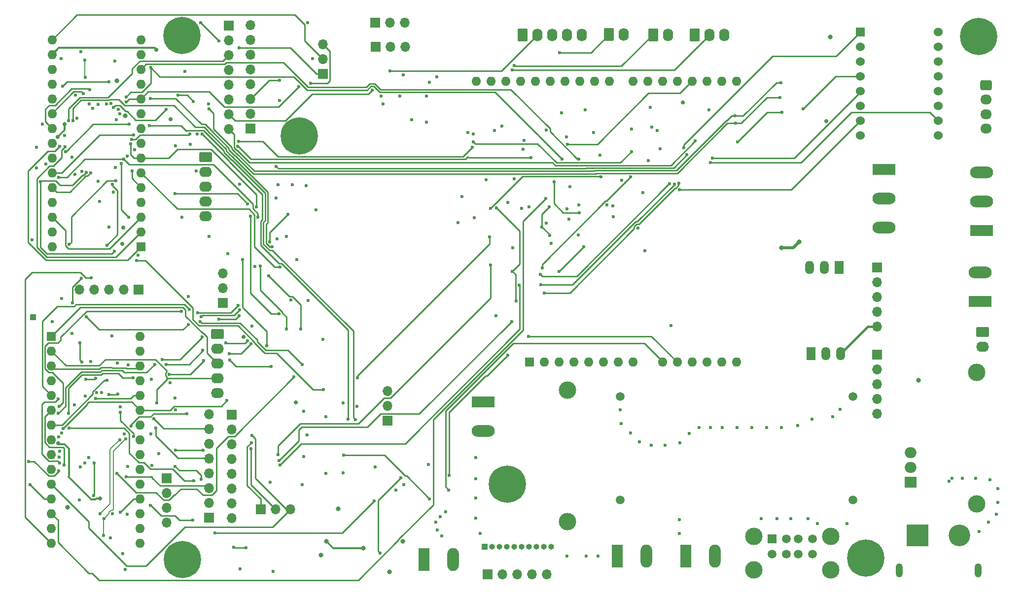
<source format=gbr>
%TF.GenerationSoftware,KiCad,Pcbnew,(6.0.0)*%
%TF.CreationDate,2022-05-16T13:53:17+01:00*%
%TF.ProjectId,RemoteLabs_supervisor_PCB,52656d6f-7465-44c6-9162-735f73757065,rev?*%
%TF.SameCoordinates,Original*%
%TF.FileFunction,Copper,L2,Inr*%
%TF.FilePolarity,Positive*%
%FSLAX46Y46*%
G04 Gerber Fmt 4.6, Leading zero omitted, Abs format (unit mm)*
G04 Created by KiCad (PCBNEW (6.0.0)) date 2022-05-16 13:53:17*
%MOMM*%
%LPD*%
G01*
G04 APERTURE LIST*
G04 Aperture macros list*
%AMRoundRect*
0 Rectangle with rounded corners*
0 $1 Rounding radius*
0 $2 $3 $4 $5 $6 $7 $8 $9 X,Y pos of 4 corners*
0 Add a 4 corners polygon primitive as box body*
4,1,4,$2,$3,$4,$5,$6,$7,$8,$9,$2,$3,0*
0 Add four circle primitives for the rounded corners*
1,1,$1+$1,$2,$3*
1,1,$1+$1,$4,$5*
1,1,$1+$1,$6,$7*
1,1,$1+$1,$8,$9*
0 Add four rect primitives between the rounded corners*
20,1,$1+$1,$2,$3,$4,$5,0*
20,1,$1+$1,$4,$5,$6,$7,0*
20,1,$1+$1,$6,$7,$8,$9,0*
20,1,$1+$1,$8,$9,$2,$3,0*%
G04 Aperture macros list end*
%TA.AperFunction,ComponentPad*%
%ADD10R,1.700000X1.700000*%
%TD*%
%TA.AperFunction,ComponentPad*%
%ADD11O,1.700000X1.700000*%
%TD*%
%TA.AperFunction,ComponentPad*%
%ADD12RoundRect,0.250000X-0.725000X0.600000X-0.725000X-0.600000X0.725000X-0.600000X0.725000X0.600000X0*%
%TD*%
%TA.AperFunction,ComponentPad*%
%ADD13O,1.950000X1.700000*%
%TD*%
%TA.AperFunction,ComponentPad*%
%ADD14C,3.000000*%
%TD*%
%TA.AperFunction,ComponentPad*%
%ADD15R,1.980000X3.960000*%
%TD*%
%TA.AperFunction,ComponentPad*%
%ADD16O,1.980000X3.960000*%
%TD*%
%TA.AperFunction,ComponentPad*%
%ADD17R,3.960000X1.980000*%
%TD*%
%TA.AperFunction,ComponentPad*%
%ADD18O,3.960000X1.980000*%
%TD*%
%TA.AperFunction,ComponentPad*%
%ADD19RoundRect,0.250000X-0.620000X-0.845000X0.620000X-0.845000X0.620000X0.845000X-0.620000X0.845000X0*%
%TD*%
%TA.AperFunction,ComponentPad*%
%ADD20O,1.740000X2.190000*%
%TD*%
%TA.AperFunction,ComponentPad*%
%ADD21R,1.500000X2.300000*%
%TD*%
%TA.AperFunction,ComponentPad*%
%ADD22O,1.500000X2.300000*%
%TD*%
%TA.AperFunction,ComponentPad*%
%ADD23R,1.000000X1.000000*%
%TD*%
%TA.AperFunction,ComponentPad*%
%ADD24O,1.000000X1.000000*%
%TD*%
%TA.AperFunction,ComponentPad*%
%ADD25RoundRect,0.250000X-0.845000X0.620000X-0.845000X-0.620000X0.845000X-0.620000X0.845000X0.620000X0*%
%TD*%
%TA.AperFunction,ComponentPad*%
%ADD26O,2.190000X1.740000*%
%TD*%
%TA.AperFunction,ComponentPad*%
%ADD27C,0.800000*%
%TD*%
%TA.AperFunction,ComponentPad*%
%ADD28C,6.400000*%
%TD*%
%TA.AperFunction,ComponentPad*%
%ADD29C,1.500000*%
%TD*%
%TA.AperFunction,ComponentPad*%
%ADD30R,1.600000X1.600000*%
%TD*%
%TA.AperFunction,ComponentPad*%
%ADD31O,1.600000X1.600000*%
%TD*%
%TA.AperFunction,ComponentPad*%
%ADD32C,3.716000*%
%TD*%
%TA.AperFunction,ComponentPad*%
%ADD33R,3.716000X3.716000*%
%TD*%
%TA.AperFunction,ComponentPad*%
%ADD34O,1.200000X2.400000*%
%TD*%
%TA.AperFunction,ComponentPad*%
%ADD35R,2.000000X1.905000*%
%TD*%
%TA.AperFunction,ComponentPad*%
%ADD36O,2.000000X1.905000*%
%TD*%
%TA.AperFunction,ComponentPad*%
%ADD37R,1.500000X1.500000*%
%TD*%
%TA.AperFunction,ComponentPad*%
%ADD38R,1.524000X1.524000*%
%TD*%
%TA.AperFunction,ComponentPad*%
%ADD39C,1.524000*%
%TD*%
%TA.AperFunction,ViaPad*%
%ADD40C,0.600000*%
%TD*%
%TA.AperFunction,ViaPad*%
%ADD41C,0.700000*%
%TD*%
%TA.AperFunction,ViaPad*%
%ADD42C,0.800000*%
%TD*%
%TA.AperFunction,Conductor*%
%ADD43C,0.250000*%
%TD*%
%TA.AperFunction,Conductor*%
%ADD44C,0.300000*%
%TD*%
%TA.AperFunction,Conductor*%
%ADD45C,0.400000*%
%TD*%
%TA.AperFunction,Conductor*%
%ADD46C,0.200000*%
%TD*%
%TA.AperFunction,Conductor*%
%ADD47C,0.500000*%
%TD*%
G04 APERTURE END LIST*
D10*
%TO.N,SERVO_1*%
%TO.C,J20*%
X110439200Y-24942800D03*
D11*
%TO.N,5V_DC_SERVO*%
X112979200Y-24942800D03*
%TO.N,GNDD*%
X115519200Y-24942800D03*
%TD*%
D12*
%TO.N,Net-(A4-Pad14)*%
%TO.C,J19*%
X215392000Y-35690800D03*
D13*
%TO.N,Net-(A4-Pad13)*%
X215392000Y-38190800D03*
%TO.N,Net-(A4-Pad12)*%
X215392000Y-40690800D03*
%TO.N,Net-(A4-Pad11)*%
X215392000Y-43190800D03*
%TD*%
D14*
%TO.N,12V_DC_BUS*%
%TO.C,F2*%
X143510000Y-88138000D03*
%TO.N,/DC Motor Controller/HC*%
X143510000Y-110738000D03*
%TD*%
D15*
%TO.N,GNDPWR*%
%TO.C,J31*%
X152044400Y-116636800D03*
D16*
%TO.N,5V_DC_RPI*%
X157044400Y-116636800D03*
%TD*%
D17*
%TO.N,/DC Motor Controller/HC3*%
%TO.C,J17*%
X197805200Y-50178600D03*
D18*
%TO.N,/DC Motor Controller/HC2*%
X197805200Y-55178600D03*
%TO.N,/DC Motor Controller/HC1*%
X197805200Y-60178600D03*
%TD*%
D10*
%TO.N,/Supervisor MCU/MOSI*%
%TO.C,J15*%
X101498400Y-33782000D03*
D11*
%TO.N,/Supervisor MCU/SCK*%
X101498400Y-31242000D03*
%TO.N,/Supervisor MCU/LATCH*%
X101498400Y-28702000D03*
%TD*%
D19*
%TO.N,/Digital Sensor Buffers/D_IN_B*%
%TO.C,J24*%
X158242000Y-27025600D03*
D20*
%TO.N,GNDD*%
X160782000Y-27025600D03*
%TD*%
D21*
%TO.N,12V_DC_BUS*%
%TO.C,U18*%
X190144400Y-67056000D03*
D22*
%TO.N,GND_PB*%
X187604400Y-67056000D03*
%TO.N,5V_DC_SERVO*%
X185064400Y-67056000D03*
%TD*%
D10*
%TO.N,/Student MCU/SPARE_0*%
%TO.C,J9*%
X74625200Y-103286400D03*
D11*
%TO.N,/Student MCU/SPARE_1*%
X74625200Y-105826400D03*
%TO.N,/Student MCU/SPARE_2*%
X74625200Y-108366400D03*
%TO.N,/Student MCU/SPARE_3*%
X74625200Y-110906400D03*
%TD*%
D19*
%TO.N,/Digital Sensor Buffers/D_IN_A*%
%TO.C,J23*%
X150622000Y-26994800D03*
D20*
%TO.N,GNDD*%
X153162000Y-26994800D03*
%TD*%
D10*
%TO.N,/Output Logic/SUPERVISOR_MOTOR_EN*%
%TO.C,J14*%
X89001600Y-43180000D03*
D11*
%TO.N,/Output Logic/MCU_MOTOR_SELECT*%
X89001600Y-40640000D03*
%TO.N,/Output Logic/MCU_STEP_SELECT*%
X89001600Y-38100000D03*
%TO.N,/Output Logic/MCU_PIXEL_SELECT*%
X89001600Y-35560000D03*
%TO.N,/Output Logic/SUPERVISOR_DIRECTION*%
X89001600Y-33020000D03*
%TO.N,/Output Logic/SUPERVISOR_STEP_EN*%
X89001600Y-30480000D03*
%TO.N,/Output Logic/SUPERVISOR_STEP_RST*%
X89001600Y-27940000D03*
%TO.N,/Supervisor MCU/SHIFT_REG_7*%
X89001600Y-25400000D03*
%TD*%
D15*
%TO.N,GNDPWR*%
%TO.C,J30*%
X163830000Y-116636800D03*
D16*
%TO.N,12V_DC_BUS*%
X168830000Y-116636800D03*
%TD*%
D23*
%TO.N,GNDPWR*%
%TO.C,J32*%
X129250600Y-115062000D03*
D24*
X130520600Y-115062000D03*
X131790600Y-115062000D03*
X133060600Y-115062000D03*
X134330600Y-115062000D03*
X135600600Y-115062000D03*
X136870600Y-115062000D03*
X138140600Y-115062000D03*
X139410600Y-115062000D03*
X140680600Y-115062000D03*
%TD*%
D25*
%TO.N,GNDD*%
%TO.C,J26*%
X83362800Y-78486000D03*
D26*
%TO.N,3V3_DC_MCU*%
X83362800Y-81026000D03*
%TO.N,/Student MCU/PROG_TX*%
X83362800Y-83566000D03*
%TO.N,/Student MCU/PROG_RX*%
X83362800Y-86106000D03*
%TO.N,/Student MCU/MCU_RESET*%
X83362800Y-88646000D03*
%TD*%
D10*
%TO.N,5V_DC_RPI*%
%TO.C,J29*%
X84328000Y-73137000D03*
D11*
%TO.N,/Power Input & Distribution/5_to_3v3_reg*%
X84328000Y-70597000D03*
%TO.N,USB_BUS*%
X84328000Y-68057000D03*
%TD*%
D15*
%TO.N,Net-(J22-Pad1)*%
%TO.C,J22*%
X118872000Y-117195600D03*
D16*
%TO.N,Net-(J22-Pad2)*%
X123872000Y-117195600D03*
%TD*%
D27*
%TO.N,N/C*%
%TO.C,H5*%
X131449744Y-105989456D03*
X131449744Y-102595344D03*
X134843856Y-102595344D03*
X133146800Y-106692400D03*
D28*
X133146800Y-104292400D03*
D27*
X130746800Y-104292400D03*
X134843856Y-105989456D03*
X135546800Y-104292400D03*
X133146800Y-101892400D03*
%TD*%
D10*
%TO.N,SERVO_2*%
%TO.C,J21*%
X110540800Y-29057600D03*
D11*
%TO.N,5V_DC_SERVO*%
X113080800Y-29057600D03*
%TO.N,GNDD*%
X115620800Y-29057600D03*
%TD*%
D29*
%TO.N,GNDPWR*%
%TO.C,A5*%
X192506600Y-89204800D03*
%TO.N,12V_DC_BUS*%
X192506600Y-106984800D03*
%TO.N,GNDPWR*%
X152501600Y-89204800D03*
%TO.N,5V_DC_RPI*%
X152501600Y-106984800D03*
%TD*%
D19*
%TO.N,5V_DC_LED*%
%TO.C,J2*%
X165303200Y-27025600D03*
D20*
%TO.N,Net-(J2-Pad2)*%
X167843200Y-27025600D03*
%TO.N,GNDD*%
X170383200Y-27025600D03*
%TD*%
D14*
%TO.N,/Power Input & Distribution/12V_DC*%
%TO.C,F1*%
X213715600Y-107696000D03*
%TO.N,/Power Input & Distribution/12V*%
X213715600Y-85096000D03*
%TD*%
D10*
%TO.N,/Output Logic/STUDENT_MOTOR_EN*%
%TO.C,J10*%
X85852000Y-92303600D03*
D11*
%TO.N,/Student MCU/SHIFT_1*%
X85852000Y-94843600D03*
%TO.N,/Student MCU/SHIFT_2*%
X85852000Y-97383600D03*
%TO.N,/Student MCU/SHIFT_3*%
X85852000Y-99923600D03*
%TO.N,/Output Logic/STUDENT_DIRECTION*%
X85852000Y-102463600D03*
%TO.N,/Output Logic/STUDENT_STEP_EN*%
X85852000Y-105003600D03*
%TO.N,/Output Logic/STUDENT_STEP_RST*%
X85852000Y-107543600D03*
%TO.N,/Student MCU/SHIFT_7*%
X85852000Y-110083600D03*
%TD*%
D27*
%TO.N,N/C*%
%TO.C,H1*%
X78963856Y-25430144D03*
X79666800Y-27127200D03*
X78963856Y-28824256D03*
X74866800Y-27127200D03*
X77266800Y-24727200D03*
X77266800Y-29527200D03*
D28*
X77266800Y-27127200D03*
D27*
X75569744Y-25430144D03*
X75569744Y-28824256D03*
%TD*%
D17*
%TO.N,/DC Motor Controller/HC*%
%TO.C,J16*%
X128981200Y-90148200D03*
D18*
%TO.N,GNDPWR*%
X128981200Y-95148200D03*
%TD*%
D17*
%TO.N,/DC Motor Controller/HC1*%
%TO.C,J18*%
X214579200Y-60706000D03*
D18*
%TO.N,/DC Motor Controller/HC2*%
X214579200Y-55706000D03*
%TO.N,/DC Motor Controller/HC3*%
X214579200Y-50706000D03*
%TD*%
D10*
%TO.N,12V_DC_BUS*%
%TO.C,J33*%
X196646800Y-81991200D03*
D11*
X196646800Y-84531200D03*
X196646800Y-87071200D03*
X196646800Y-89611200D03*
X196646800Y-92151200D03*
%TD*%
D27*
%TO.N,N/C*%
%TO.C,H2*%
X79065456Y-115549344D03*
X79768400Y-117246400D03*
X77368400Y-119646400D03*
X77368400Y-114846400D03*
X79065456Y-118943456D03*
X75671344Y-115549344D03*
X74968400Y-117246400D03*
D28*
X77368400Y-117246400D03*
D27*
X75671344Y-118943456D03*
%TD*%
D30*
%TO.N,/Supervisor MCU/PROG_TX*%
%TO.C,A2*%
X70231000Y-63432923D03*
D31*
%TO.N,/Supervisor MCU/PROG_RX*%
X70231000Y-60892923D03*
%TO.N,/Supervisor MCU/MCU_RESET*%
X70231000Y-58352923D03*
%TO.N,GNDD*%
X70231000Y-55812923D03*
%TO.N,/Digital Sensor Buffers/D_OUT_E1*%
X70231000Y-53272923D03*
%TO.N,/Digital Sensor Buffers/D_OUT_C1*%
X70231000Y-50732923D03*
%TO.N,/Digital Sensor Buffers/D_OUT_D1*%
X70231000Y-48192923D03*
%TO.N,/Output Logic/SUPERVISOR_PIXEL_DATA*%
X70231000Y-45652923D03*
%TO.N,/Output Logic/SUPERVISOR_STEP*%
X70231000Y-43112923D03*
%TO.N,/Output Logic/MOTOR_DIR_B*%
X70231000Y-40572923D03*
%TO.N,/Supervisor MCU/LATCH*%
X70231000Y-38032923D03*
%TO.N,SERVO_1*%
X70231000Y-35492923D03*
%TO.N,/Output Logic/SUPERVISOR_MOTOR_PWM*%
X70231000Y-32952923D03*
%TO.N,/Supervisor MCU/MOSI*%
X70231000Y-30412923D03*
%TO.N,/Output Logic/MOTOR_DIR_A*%
X70231000Y-27872923D03*
%TO.N,/Supervisor MCU/SCK*%
X54991000Y-27872923D03*
%TO.N,3V3_DC_MCU*%
X54991000Y-30412923D03*
%TO.N,unconnected-(A2-Pad18)*%
X54991000Y-32952923D03*
%TO.N,/Supervisor MCU/STDNT_DC_M_DIR_2*%
X54991000Y-35492923D03*
%TO.N,/Supervisor MCU/STDNT_DC_M_DIR_1*%
X54991000Y-38032923D03*
%TO.N,/Supervisor MCU/STDNT_SRVO_RX_1*%
X54991000Y-40572923D03*
%TO.N,/Analog Sensor Buffers/A_OUT_C1*%
X54991000Y-43112923D03*
%TO.N,/Digital Sensor Buffers/D_OUT_A1*%
X54991000Y-45652923D03*
%TO.N,/Digital Sensor Buffers/D_OUT_F1*%
X54991000Y-48192923D03*
%TO.N,/Analog Sensor Buffers/A_OUT_B1*%
X54991000Y-50732923D03*
%TO.N,/Analog Sensor Buffers/A_OUT_A1*%
X54991000Y-53272923D03*
%TO.N,unconnected-(A2-Pad27)*%
X54991000Y-55812923D03*
%TO.N,/Supervisor MCU/MCU_RESET*%
X54991000Y-58352923D03*
%TO.N,GNDD*%
X54991000Y-60892923D03*
%TO.N,unconnected-(A2-Pad30)*%
X54991000Y-63432923D03*
%TD*%
D10*
%TO.N,3V3_DC_MCU*%
%TO.C,J36*%
X69850000Y-70866000D03*
D11*
X67310000Y-70866000D03*
X64770000Y-70866000D03*
X62230000Y-70866000D03*
X59690000Y-70866000D03*
%TD*%
D23*
%TO.N,Net-(J28-Pad1)*%
%TO.C,J28*%
X51714400Y-75590400D03*
%TD*%
D21*
%TO.N,12V_DC_BUS*%
%TO.C,U1*%
X185318400Y-81838800D03*
D22*
%TO.N,GND_PB*%
X187858400Y-81838800D03*
%TO.N,5V_DC_LED*%
X190398400Y-81838800D03*
%TD*%
D32*
%TO.N,GNDPWR*%
%TO.C,J3*%
X210820000Y-113080800D03*
D33*
%TO.N,/Power Input & Distribution/12V_DC*%
X203620000Y-113080800D03*
D34*
%TO.N,unconnected-(J3-PadS1)*%
X200470000Y-119080800D03*
%TO.N,unconnected-(J3-PadS2)*%
X213970000Y-119080800D03*
%TD*%
D25*
%TO.N,GNDD*%
%TO.C,J1*%
X81330800Y-48056800D03*
D26*
%TO.N,3V3_DC_MCU*%
X81330800Y-50596800D03*
%TO.N,/Supervisor MCU/PROG_TX*%
X81330800Y-53136800D03*
%TO.N,/Supervisor MCU/PROG_RX*%
X81330800Y-55676800D03*
%TO.N,/Supervisor MCU/MCU_RESET*%
X81330800Y-58216800D03*
%TD*%
D30*
%TO.N,/Student MCU/PROG_TX*%
%TO.C,A1*%
X54856000Y-78868500D03*
D31*
%TO.N,/Student MCU/PROG_RX*%
X54856000Y-81408500D03*
%TO.N,/Student MCU/MCU_RESET*%
X54856000Y-83948500D03*
%TO.N,GNDD*%
X54856000Y-86488500D03*
%TO.N,OE_B*%
X54856000Y-89028500D03*
%TO.N,OE_A*%
X54856000Y-91568500D03*
%TO.N,OE_IDX*%
X54856000Y-94108500D03*
%TO.N,/Output Logic/STUDENT_PIXEL_DATA*%
X54856000Y-96648500D03*
%TO.N,/Output Logic/STUDENT_STEP*%
X54856000Y-99188500D03*
%TO.N,/Student MCU/DC_MOTOR_DIR2*%
X54856000Y-101728500D03*
%TO.N,/Student MCU/LATCH*%
X54856000Y-104268500D03*
%TO.N,/Student MCU/SERVO_1*%
X54856000Y-106808500D03*
%TO.N,/Output Logic/STUDENT_MOTOR_PWM*%
X54856000Y-109348500D03*
%TO.N,/Student MCU/MOSI*%
X54856000Y-111888500D03*
%TO.N,/Student MCU/DC_MOTOR_DIR1*%
X54856000Y-114428500D03*
%TO.N,/Student MCU/SCK*%
X70096000Y-114428500D03*
%TO.N,3V3_DC_MCU*%
X70096000Y-111888500D03*
%TO.N,unconnected-(A1-Pad18)*%
X70096000Y-109348500D03*
%TO.N,/Student MCU/SPARE_0*%
X70096000Y-106808500D03*
%TO.N,/Student MCU/SPARE_1*%
X70096000Y-104268500D03*
%TO.N,/Student MCU/SPARE_2*%
X70096000Y-101728500D03*
%TO.N,/Analog Sensor Buffers/A_OUT_C2*%
X70096000Y-99188500D03*
%TO.N,LIMIT_1*%
X70096000Y-96648500D03*
%TO.N,STU_STP_FLT*%
X70096000Y-94108500D03*
%TO.N,/Analog Sensor Buffers/A_OUT_B2*%
X70096000Y-91568500D03*
%TO.N,/Analog Sensor Buffers/A_OUT_A2*%
X70096000Y-89028500D03*
%TO.N,unconnected-(A1-Pad27)*%
X70096000Y-86488500D03*
%TO.N,/Student MCU/MCU_RESET*%
X70096000Y-83948500D03*
%TO.N,GNDD*%
X70096000Y-81408500D03*
%TO.N,unconnected-(A1-Pad30)*%
X70096000Y-78868500D03*
%TD*%
D30*
%TO.N,unconnected-(A3-Pad1)*%
%TO.C,A3*%
X136956800Y-83309520D03*
D31*
%TO.N,unconnected-(A3-Pad2)*%
X139496800Y-83309520D03*
%TO.N,unconnected-(A3-Pad3)*%
X142036800Y-83309520D03*
%TO.N,unconnected-(A3-Pad4)*%
X144576800Y-83309520D03*
%TO.N,unconnected-(A3-Pad5)*%
X147116800Y-83309520D03*
%TO.N,GNDD*%
X149656800Y-83309520D03*
X152196800Y-83309520D03*
%TO.N,unconnected-(A3-Pad8)*%
X154736800Y-83309520D03*
%TO.N,M_I_SENSE_1*%
X159816800Y-83309520D03*
%TO.N,M_I_SENSE_2*%
X162356800Y-83309520D03*
%TO.N,unconnected-(A3-Pad11)*%
X164896800Y-83309520D03*
%TO.N,unconnected-(A3-Pad12)*%
X167436800Y-83309520D03*
%TO.N,unconnected-(A3-Pad13)*%
X169976800Y-83309520D03*
%TO.N,unconnected-(A3-Pad14)*%
X172516800Y-83309520D03*
%TO.N,unconnected-(A3-Pad15)*%
X172516800Y-35049520D03*
%TO.N,unconnected-(A3-Pad16)*%
X169976800Y-35049520D03*
%TO.N,unconnected-(A3-Pad17)*%
X167436800Y-35049520D03*
%TO.N,/DC Motor Controller/IN_1*%
X164896800Y-35049520D03*
%TO.N,unconnected-(A3-Pad19)*%
X162356800Y-35049520D03*
%TO.N,unconnected-(A3-Pad20)*%
X159816800Y-35049520D03*
%TO.N,unconnected-(A3-Pad21)*%
X157276800Y-35049520D03*
%TO.N,unconnected-(A3-Pad22)*%
X154736800Y-35049520D03*
%TO.N,unconnected-(A3-Pad23)*%
X150676800Y-35049520D03*
%TO.N,unconnected-(A3-Pad24)*%
X148136800Y-35049520D03*
%TO.N,unconnected-(A3-Pad25)*%
X145596800Y-35049520D03*
%TO.N,/DC Motor Controller/IN_2*%
X143056800Y-35049520D03*
%TO.N,/DC Motor Controller/ENABLE*%
X140516800Y-35049520D03*
X137976800Y-35049520D03*
%TO.N,GNDD*%
X135436800Y-35049520D03*
%TO.N,unconnected-(A3-Pad30)*%
X132896800Y-35049520D03*
%TO.N,unconnected-(A3-Pad31)*%
X130356800Y-35049520D03*
%TO.N,unconnected-(A3-Pad32)*%
X127816800Y-35049520D03*
%TD*%
D35*
%TO.N,/Power Input & Distribution/01*%
%TO.C,Q1*%
X202438000Y-103936800D03*
D36*
%TO.N,/Power Input & Distribution/12V*%
X202438000Y-101396800D03*
%TO.N,12V_DC_BUS*%
X202438000Y-98856800D03*
%TD*%
D19*
%TO.N,GNDD*%
%TO.C,J25*%
X135788400Y-27025600D03*
D20*
%TO.N,/Digital Sensor Buffers/D_IN_E*%
X138328400Y-27025600D03*
%TO.N,/Digital Sensor Buffers/D_IN_D*%
X140868400Y-27025600D03*
%TO.N,/Digital Sensor Buffers/D_IN_C*%
X143408400Y-27025600D03*
%TO.N,3V3_DC_MCU*%
X145948400Y-27025600D03*
%TD*%
D10*
%TO.N,Net-(J27-Pad1)*%
%TO.C,J27*%
X112572800Y-93355400D03*
D11*
%TO.N,A_BUFFER_OUT_A*%
X112572800Y-90815400D03*
%TO.N,A_BUFFER_OUT_B*%
X112572800Y-88275400D03*
%TD*%
D10*
%TO.N,/Student MCU/MOSI*%
%TO.C,J11*%
X90779600Y-108610400D03*
D11*
%TO.N,/Student MCU/SCK*%
X93319600Y-108610400D03*
%TO.N,/Student MCU/LATCH*%
X95859600Y-108610400D03*
%TD*%
D10*
%TO.N,Net-(J8-Pad1)*%
%TO.C,J8*%
X81889600Y-110032800D03*
D11*
%TO.N,Net-(J8-Pad2)*%
X81889600Y-107492800D03*
%TO.N,Net-(J8-Pad3)*%
X81889600Y-104952800D03*
%TO.N,Net-(J8-Pad4)*%
X81889600Y-102412800D03*
%TO.N,Net-(J8-Pad5)*%
X81889600Y-99872800D03*
%TO.N,Net-(J8-Pad6)*%
X81889600Y-97332800D03*
%TO.N,Net-(J8-Pad7)*%
X81889600Y-94792800D03*
%TO.N,/Student MCU/MODE_2*%
X81889600Y-92252800D03*
%TD*%
D27*
%TO.N,N/C*%
%TO.C,H6*%
X196362656Y-118638656D03*
X192968544Y-118638656D03*
X196362656Y-115244544D03*
D28*
X194665600Y-116941600D03*
D27*
X194665600Y-114541600D03*
X197065600Y-116941600D03*
X192265600Y-116941600D03*
X192968544Y-115244544D03*
X194665600Y-119341600D03*
%TD*%
%TO.N,N/C*%
%TO.C,H3*%
X215819056Y-28976656D03*
X216522000Y-27279600D03*
D28*
X214122000Y-27279600D03*
D27*
X215819056Y-25582544D03*
X212424944Y-25582544D03*
X214122000Y-29679600D03*
X212424944Y-28976656D03*
X214122000Y-24879600D03*
X211722000Y-27279600D03*
%TD*%
D10*
%TO.N,5V_DC_LED*%
%TO.C,J34*%
X196646800Y-67061000D03*
D11*
X196646800Y-69601000D03*
X196646800Y-72141000D03*
X196646800Y-74681000D03*
X196646800Y-77221000D03*
%TD*%
D10*
%TO.N,5V_DC_RPI*%
%TO.C,J35*%
X129748200Y-119735600D03*
D11*
X132288200Y-119735600D03*
X134828200Y-119735600D03*
X137368200Y-119735600D03*
X139908200Y-119735600D03*
%TD*%
D25*
%TO.N,GNDPWR*%
%TO.C,J4*%
X214731600Y-78079600D03*
D26*
%TO.N,12V_DC_BUS*%
X214731600Y-80619600D03*
%TD*%
D37*
%TO.N,5V_DC_RPI*%
%TO.C,J5*%
X178584000Y-113643600D03*
D29*
%TO.N,unconnected-(J5-Pad2)*%
X181084000Y-113643600D03*
%TO.N,unconnected-(J5-Pad3)*%
X183084000Y-113643600D03*
%TO.N,GNDPWR*%
X185584000Y-113643600D03*
%TO.N,5V_DC_RPI*%
X178584000Y-116263600D03*
%TO.N,unconnected-(J5-Pad6)*%
X181084000Y-116263600D03*
%TO.N,unconnected-(J5-Pad7)*%
X183084000Y-116263600D03*
%TO.N,GNDPWR*%
X185584000Y-116263600D03*
D14*
X188654000Y-118973600D03*
X188654000Y-113293600D03*
X175514000Y-118973600D03*
X175514000Y-113293600D03*
%TD*%
D17*
%TO.N,GNDPWR*%
%TO.C,J6*%
X214376000Y-72847200D03*
D18*
%TO.N,5V_DC_LED*%
X214376000Y-67847200D03*
%TD*%
D27*
%TO.N,N/C*%
%TO.C,H4*%
X99783600Y-44450000D03*
X97383600Y-42050000D03*
X99080656Y-42752944D03*
X97383600Y-46850000D03*
D28*
X97383600Y-44450000D03*
D27*
X99080656Y-46147056D03*
X95686544Y-42752944D03*
X95686544Y-46147056D03*
X94983600Y-44450000D03*
%TD*%
D10*
%TO.N,Net-(J12-Pad1)*%
%TO.C,J12*%
X85293200Y-25450800D03*
D11*
%TO.N,Net-(J12-Pad2)*%
X85293200Y-27990800D03*
%TO.N,Net-(J12-Pad3)*%
X85293200Y-30530800D03*
%TO.N,Net-(J12-Pad4)*%
X85293200Y-33070800D03*
%TO.N,Net-(J12-Pad5)*%
X85293200Y-35610800D03*
%TO.N,Net-(J12-Pad6)*%
X85293200Y-38150800D03*
%TO.N,SERVO_2*%
X85293200Y-40690800D03*
%TO.N,MODE_2*%
X85293200Y-43230800D03*
%TD*%
D38*
%TO.N,/Output Logic/STEP_EN_OUT*%
%TO.C,A4*%
X193802000Y-26568400D03*
D39*
%TO.N,MODE_0*%
X193802000Y-29108400D03*
%TO.N,MODE_1*%
X193802000Y-31648400D03*
%TO.N,MODE_2*%
X193802000Y-34188400D03*
%TO.N,/Output Logic/STEP_RST_OUT*%
X193802000Y-36728400D03*
%TO.N,3V3_DC_MCU*%
X193802000Y-39268400D03*
%TO.N,/Output Logic/STEPP_STEP_OUT*%
X193802000Y-41808400D03*
%TO.N,/Output Logic/DIRECTION_OUT*%
X193802000Y-44348400D03*
%TO.N,GNDPWR*%
X207137000Y-44348400D03*
%TO.N,STPPR_FAULT*%
X207137000Y-41808400D03*
%TO.N,Net-(A4-Pad11)*%
X207137000Y-39268400D03*
%TO.N,Net-(A4-Pad12)*%
X207137000Y-36728400D03*
%TO.N,Net-(A4-Pad13)*%
X207137000Y-34188400D03*
%TO.N,Net-(A4-Pad14)*%
X207137000Y-31648400D03*
%TO.N,GNDPWR*%
X207137000Y-29108400D03*
%TO.N,12V_DC_BUS*%
X207137000Y-26568400D03*
%TD*%
D40*
%TO.N,/Student MCU/PROG_TX*%
X68537670Y-94299700D03*
X78130400Y-92172199D03*
D41*
%TO.N,3V3_DC_MCU*%
X67056000Y-62992000D03*
X56054438Y-97268907D03*
X87884000Y-78943200D03*
X72898000Y-29565600D03*
X163322000Y-38658800D03*
X67157600Y-60198000D03*
D42*
X67564000Y-40944800D03*
D41*
X63195200Y-106699400D03*
D42*
X102108000Y-114096800D03*
X108407200Y-115316000D03*
D41*
X187909200Y-41859200D03*
X96824800Y-90220800D03*
X55903333Y-44579067D03*
X75285600Y-41503600D03*
X57099200Y-42367200D03*
D40*
%TO.N,/Student MCU/PROG_RX*%
X72927004Y-90273158D03*
%TO.N,/Student MCU/MCU_RESET*%
X71831200Y-107950000D03*
X86156800Y-115112800D03*
X88290400Y-115163600D03*
X79095600Y-110490000D03*
%TO.N,/Student MCU/SPARE_0*%
X66676365Y-109139547D03*
X60706000Y-89103200D03*
%TO.N,/Student MCU/SPARE_1*%
X62653751Y-88572730D03*
X71932800Y-95605600D03*
%TO.N,OE_B*%
X79959200Y-74777600D03*
X56184800Y-99618800D03*
X78536800Y-74218800D03*
X86918800Y-73507600D03*
%TO.N,/Student MCU/SPARE_2*%
X56095358Y-96114454D03*
%TO.N,OE_A*%
X80363041Y-76304159D03*
X78333600Y-76809600D03*
X57059524Y-100960600D03*
X60870111Y-75477089D03*
X97891600Y-83667600D03*
%TO.N,/Analog Sensor Buffers/A_OUT_C2*%
X76200000Y-98450400D03*
X80873600Y-98450400D03*
X82956400Y-112623600D03*
X110286800Y-107137200D03*
X56575631Y-95475282D03*
%TO.N,OE_IDX*%
X87121841Y-75285759D03*
X73843211Y-82823989D03*
X64373452Y-86380581D03*
X80721200Y-78994000D03*
X83616800Y-75946000D03*
%TO.N,LIMIT_1*%
X85478451Y-82923813D03*
X92608400Y-84023200D03*
X58841300Y-90626409D03*
%TO.N,/Output Logic/STUDENT_PIXEL_DATA*%
X74544814Y-83688814D03*
X72586080Y-83688814D03*
X142046590Y-67726190D03*
X80846134Y-81252534D03*
X146262989Y-63485100D03*
X88555927Y-79638456D03*
X56036644Y-92124221D03*
X84837934Y-80009808D03*
%TO.N,STU_STP_FLT*%
X77216000Y-74523600D03*
X87172800Y-74269600D03*
X80568800Y-75488800D03*
X56157557Y-90897752D03*
%TO.N,/Output Logic/STUDENT_STEP*%
X85381951Y-81878700D03*
X75102389Y-85363989D03*
X80975200Y-83058000D03*
X68884800Y-85953600D03*
X57797258Y-92067762D03*
X89132805Y-80192005D03*
%TO.N,/Analog Sensor Buffers/A_OUT_B2*%
X84988400Y-89916000D03*
X56872629Y-94732991D03*
X97891600Y-104343200D03*
%TO.N,/Student MCU/DC_MOTOR_DIR2*%
X59978800Y-68868800D03*
X58515489Y-73095089D03*
%TO.N,/Analog Sensor Buffers/A_OUT_A2*%
X62484000Y-89509600D03*
X75234800Y-86817200D03*
X98770100Y-95836367D03*
%TO.N,/Student MCU/LATCH*%
X89255600Y-95859600D03*
%TO.N,/Student MCU/SERVO_1*%
X51206400Y-104343200D03*
%TO.N,/Output Logic/STUDENT_MOTOR_PWM*%
X139741905Y-55138980D03*
%TO.N,/Student MCU/MOSI*%
X89204800Y-97129600D03*
%TO.N,/Student MCU/DC_MOTOR_DIR1*%
X61719567Y-68806500D03*
%TO.N,/Student MCU/SCK*%
X62155257Y-106242610D03*
X62164987Y-100625062D03*
X89103200Y-98196400D03*
%TO.N,/Supervisor MCU/PROG_TX*%
X56235600Y-46228000D03*
%TO.N,/Supervisor MCU/PROG_RX*%
X57173083Y-46317479D03*
%TO.N,/Supervisor MCU/MCU_RESET*%
X79705200Y-50393600D03*
X77283077Y-58352923D03*
X76568984Y-37437116D03*
X79197200Y-38455600D03*
%TO.N,/Supervisor MCU/STDNT_DC_M_DIR_2*%
X64359374Y-63176611D03*
X65313900Y-52745300D03*
%TO.N,/Supervisor MCU/STDNT_DC_M_DIR_1*%
X65684400Y-64211200D03*
X60835316Y-50652961D03*
X52984400Y-52273200D03*
X53315086Y-42353953D03*
%TO.N,/Digital Sensor Buffers/D_OUT_E1*%
X88560550Y-56067050D03*
X76123080Y-54331320D03*
X68681600Y-50444400D03*
X66598800Y-40589200D03*
%TO.N,/Supervisor MCU/STDNT_SRVO_RX_1*%
X51511200Y-62280800D03*
X60328267Y-37165730D03*
%TO.N,/Digital Sensor Buffers/D_OUT_C1*%
X66329898Y-39836275D03*
X94132400Y-66954400D03*
%TO.N,/Analog Sensor Buffers/A_OUT_C1*%
X61417200Y-36423600D03*
X71678800Y-42621200D03*
X107101300Y-93229069D03*
%TO.N,/Digital Sensor Buffers/D_OUT_D1*%
X90068400Y-56642000D03*
X68478400Y-45770800D03*
%TO.N,/Digital Sensor Buffers/D_OUT_A1*%
X53866489Y-49257511D03*
X66891040Y-49123821D03*
X68150266Y-58396666D03*
X89763600Y-66852800D03*
X69748400Y-64922400D03*
%TO.N,/Output Logic/SUPERVISOR_PIXEL_DATA*%
X78704101Y-45836501D03*
X141181264Y-52315936D03*
X86867647Y-46174455D03*
X145542000Y-57607200D03*
X137210800Y-48107600D03*
%TO.N,/Digital Sensor Buffers/D_OUT_F1*%
X67305022Y-48439845D03*
X56083200Y-51511200D03*
X90322400Y-58369200D03*
%TO.N,/Output Logic/SUPERVISOR_STEP*%
X127116500Y-46370611D03*
X86980500Y-45382957D03*
X67859011Y-47863389D03*
X79854154Y-44109300D03*
%TO.N,/Analog Sensor Buffers/A_OUT_B1*%
X80728763Y-44100731D03*
X68943255Y-44246830D03*
X105831590Y-93077285D03*
%TO.N,/Output Logic/MOTOR_DIR_B*%
X69102900Y-46786800D03*
X146507200Y-39928800D03*
%TO.N,/Analog Sensor Buffers/A_OUT_A1*%
X69507370Y-65845638D03*
X101549200Y-87985600D03*
X61628879Y-50750239D03*
%TO.N,/Supervisor MCU/LATCH*%
X97355641Y-35994359D03*
X67716400Y-38557200D03*
X99364800Y-35356800D03*
%TO.N,/Output Logic/SUPERVISOR_MOTOR_PWM*%
X64719200Y-35102800D03*
X56794400Y-35864800D03*
X145455819Y-48397500D03*
X59253429Y-41412023D03*
%TO.N,/Supervisor MCU/MOSI*%
X61925200Y-39674800D03*
X87071200Y-29260800D03*
X65798500Y-31543377D03*
%TO.N,/Output Logic/MOTOR_DIR_A*%
X142577070Y-48397500D03*
X67665600Y-37693600D03*
X71924678Y-32688525D03*
%TO.N,/Supervisor MCU/SCK*%
X61315121Y-38917615D03*
%TO.N,/DC Motor Controller/IN_1*%
X143510000Y-45821600D03*
%TO.N,M_I_SENSE_1*%
X123088400Y-105257600D03*
%TO.N,M_I_SENSE_2*%
X123190000Y-102768400D03*
X136804400Y-78841600D03*
X133223000Y-82118200D03*
%TO.N,/Output Logic/STEP_EN_OUT*%
X163437064Y-46422854D03*
%TO.N,MODE_0*%
X81889600Y-39725600D03*
X180136800Y-35255200D03*
X172262800Y-40944800D03*
X74602516Y-39828854D03*
X65521340Y-39494193D03*
%TO.N,MODE_1*%
X179933600Y-37795200D03*
X71831200Y-37947600D03*
X65118288Y-38803719D03*
X172339532Y-42250700D03*
%TO.N,MODE_2*%
X80518000Y-24942800D03*
X83642200Y-28067000D03*
X180340000Y-40335200D03*
X172720000Y-45415200D03*
X183946800Y-39776400D03*
X165445811Y-45253011D03*
X64322048Y-38927700D03*
%TO.N,/Output Logic/STEP_RST_OUT*%
X168351200Y-48260000D03*
%TO.N,/Output Logic/STEPP_STEP_OUT*%
X162661625Y-53690557D03*
%TO.N,/Output Logic/DIRECTION_OUT*%
X157937200Y-42875200D03*
%TO.N,STPPR_FAULT*%
X93472000Y-49631600D03*
X167992323Y-48974431D03*
X164010359Y-47627559D03*
%TO.N,GNDPWR*%
X217169750Y-109473750D03*
X154330400Y-95504000D03*
X148691600Y-116636800D03*
X177665279Y-94521121D03*
X185451689Y-93084711D03*
X172585279Y-94521121D03*
X175125279Y-94521121D03*
X127747289Y-103341911D03*
X191465200Y-111048800D03*
X189064900Y-92646500D03*
X160223200Y-97586800D03*
X183040121Y-94241721D03*
X162788600Y-97155000D03*
X155829000Y-97002600D03*
X157886400Y-97586800D03*
X162712400Y-110337600D03*
X211277200Y-103225600D03*
X217415111Y-105063289D03*
X215823550Y-110819950D03*
X152679400Y-93853000D03*
X184759600Y-110185200D03*
X127747289Y-99735111D03*
X127747289Y-106643911D03*
X217415111Y-107450889D03*
X128473200Y-112776000D03*
X181864000Y-110185200D03*
X209518000Y-103225600D03*
X179476400Y-110185200D03*
X143357600Y-116636800D03*
X186397200Y-111036800D03*
X168013279Y-94521121D03*
X162712400Y-112776000D03*
X190334900Y-91376500D03*
X213563200Y-103225600D03*
X208975200Y-103768400D03*
X166082879Y-94521121D03*
X216077800Y-103505000D03*
X176784000Y-110185200D03*
X152501600Y-91490800D03*
D42*
X188569600Y-27381200D03*
D40*
X214197950Y-112445550D03*
D42*
X203758800Y-86410800D03*
D40*
X127747289Y-110149111D03*
X146659600Y-116636800D03*
X164414200Y-95529400D03*
X180205279Y-94521121D03*
X170045279Y-94521121D03*
%TO.N,Net-(C3-Pad1)*%
X67106800Y-116179600D03*
X67513200Y-118922800D03*
%TO.N,Net-(C11-Pad2)*%
X56312340Y-100676135D03*
X56018629Y-89648751D03*
X72085200Y-101041200D03*
%TO.N,/Supervisor MCU/HSE_IN*%
X65532000Y-54051200D03*
X62890400Y-52222400D03*
D42*
%TO.N,USB_BUS*%
X66090800Y-34899600D03*
X57658000Y-108254800D03*
D40*
%TO.N,/Student MCU/USB_P*%
X67614800Y-96469200D03*
X63855600Y-110236000D03*
X63794692Y-113055281D03*
%TO.N,/Student MCU/USB_N*%
X63246000Y-109372400D03*
X66598800Y-96621600D03*
%TO.N,/Supervisor MCU/USB_P*%
X60581624Y-31376042D03*
X60684119Y-34369719D03*
%TO.N,Net-(J2-Pad2)*%
X133987810Y-33042590D03*
%TO.N,Net-(J8-Pad1)*%
X79298800Y-103682800D03*
X57840739Y-94655743D03*
%TO.N,Net-(J8-Pad2)*%
X61246875Y-99711803D03*
X76098400Y-101193600D03*
X80577689Y-103470711D03*
%TO.N,Net-(J8-Pad3)*%
X67667142Y-103035587D03*
%TO.N,Net-(J8-Pad4)*%
X76200000Y-91490800D03*
%TO.N,Net-(J8-Pad5)*%
X66649600Y-90982800D03*
X72823866Y-94667866D03*
%TO.N,Net-(J8-Pad6)*%
X71983600Y-86258400D03*
X64707085Y-88880893D03*
X66294000Y-88798400D03*
%TO.N,Net-(J8-Pad7)*%
X63485701Y-88510523D03*
X72485777Y-93040200D03*
%TO.N,/Student MCU/MODE_2*%
X60553600Y-100634800D03*
%TO.N,/Student MCU/SPARE_3*%
X59844415Y-101345366D03*
%TO.N,/Output Logic/STUDENT_MOTOR_EN*%
X130098800Y-61772800D03*
X107391200Y-85953600D03*
%TO.N,/Output Logic/STUDENT_DIRECTION*%
X93789148Y-99224748D03*
X130251200Y-66598800D03*
%TO.N,/Output Logic/STUDENT_STEP_EN*%
X133908800Y-76301600D03*
X93965489Y-100208514D03*
%TO.N,/Output Logic/STUDENT_STEP_RST*%
X94132400Y-100990400D03*
X135193700Y-70104000D03*
%TO.N,Net-(J12-Pad1)*%
X68646231Y-44989111D03*
X78605153Y-44094401D03*
%TO.N,Net-(J12-Pad2)*%
X62890400Y-38963600D03*
%TO.N,Net-(J12-Pad3)*%
X57759600Y-41808400D03*
%TO.N,Net-(J12-Pad4)*%
X68224400Y-42418000D03*
X81838800Y-38912800D03*
X57320862Y-47103205D03*
%TO.N,Net-(J12-Pad5)*%
X58414822Y-48075128D03*
%TO.N,Net-(J12-Pad6)*%
X58928000Y-51003200D03*
%TO.N,SERVO_2*%
X109971746Y-36535454D03*
X60050191Y-50502019D03*
%TO.N,/Output Logic/SUPERVISOR_MOTOR_EN*%
X99669600Y-31089600D03*
X142494000Y-40436800D03*
%TO.N,/Output Logic/MCU_MOTOR_SELECT*%
X140411200Y-61518800D03*
X127489380Y-58467125D03*
X139085980Y-60060500D03*
X140309600Y-56642000D03*
%TO.N,/Output Logic/MCU_STEP_SELECT*%
X134010400Y-67665600D03*
X94076540Y-34866874D03*
X134670800Y-72745600D03*
X131269539Y-56760839D03*
%TO.N,/Output Logic/MCU_PIXEL_SELECT*%
X133248400Y-55880000D03*
X139852400Y-59436000D03*
X145338800Y-61468000D03*
%TO.N,/Output Logic/SUPERVISOR_DIRECTION*%
X126364640Y-43796811D03*
%TO.N,/Output Logic/SUPERVISOR_STEP_EN*%
X130944497Y-43451052D03*
%TO.N,/Output Logic/SUPERVISOR_STEP_RST*%
X132225450Y-42722800D03*
%TO.N,/Digital Sensor Buffers/D_IN_A*%
X142138400Y-30073600D03*
X114655600Y-37548410D03*
X119744280Y-35162280D03*
%TO.N,/Digital Sensor Buffers/D_IN_B*%
X119276117Y-37548410D03*
X134356325Y-32333083D03*
X116738400Y-41656000D03*
%TO.N,/Digital Sensor Buffers/D_IN_E*%
X111455200Y-37548410D03*
X113030000Y-33223200D03*
%TO.N,/Digital Sensor Buffers/D_IN_D*%
X111810800Y-38912800D03*
X115316000Y-33934400D03*
%TO.N,/Digital Sensor Buffers/D_IN_C*%
X119227600Y-42062400D03*
X121005600Y-34239200D03*
%TO.N,Net-(J28-Pad1)*%
X54965600Y-76301600D03*
%TO.N,A_BUFFER_IN*%
X114046000Y-105257600D03*
%TO.N,Net-(C14-Pad1)*%
X60045600Y-83261200D03*
X59740800Y-79959200D03*
%TO.N,/Output Logic/PIXEL_DATA_OUT*%
X156768800Y-64109600D03*
X124714000Y-59283600D03*
%TO.N,/Student MCU/SERVO_2*%
X50966618Y-100347004D03*
X56134000Y-102006400D03*
%TO.N,/Supervisor MCU/STDNT_SRVO_RX_2*%
X57919476Y-63039767D03*
X65938400Y-52120800D03*
%TO.N,LIMIT_2*%
X96520000Y-85852000D03*
X66136607Y-102388229D03*
%TO.N,/Digital Sensor Buffers/D_OUT_B1*%
X58559103Y-41808400D03*
X92760800Y-63449200D03*
%TO.N,Net-(U8-Pad2)*%
X149250400Y-51460400D03*
X130251200Y-56896000D03*
%TO.N,Net-(U12-Pad13)*%
X135585200Y-56896000D03*
X145389600Y-56235600D03*
%TO.N,Net-(U14-Pad3)*%
X147929600Y-43840400D03*
X152760020Y-52034100D03*
X143306800Y-44551600D03*
X151282400Y-56438800D03*
%TO.N,Net-(U11-Pad3)*%
X127304800Y-44043600D03*
X154477084Y-43197147D03*
%TO.N,Net-(U10-Pad3)*%
X154340189Y-51450611D03*
X139141200Y-67106800D03*
%TO.N,Net-(U10-Pad4)*%
X161038385Y-52677215D03*
X138836400Y-68224400D03*
%TO.N,Net-(U10-Pad10)*%
X162617692Y-52591011D03*
X139496800Y-71424800D03*
%TO.N,Net-(U10-Pad11)*%
X138938000Y-69951600D03*
X161834440Y-52751386D03*
%TO.N,Net-(U11-Pad4)*%
X154482800Y-47091600D03*
X127304800Y-45466000D03*
%TO.N,Net-(U11-Pad10)*%
X135839200Y-46685200D03*
X159410400Y-46634400D03*
%TO.N,Net-(U11-Pad11)*%
X158902400Y-43499700D03*
X135991600Y-45161200D03*
%TO.N,Net-(U12-Pad3)*%
X143372501Y-56982699D03*
X150291800Y-56261000D03*
%TO.N,Net-(U12-Pad4)*%
X143713200Y-58724800D03*
X151348120Y-58282520D03*
%TO.N,/Analog Sensor Buffers/DB1*%
X119786400Y-106781600D03*
X104952800Y-90322400D03*
X105003600Y-99314000D03*
%TO.N,/Analog Sensor Buffers/DB2*%
X104952800Y-102362000D03*
X101955600Y-102412800D03*
X102006400Y-92659200D03*
X119583200Y-100888800D03*
%TO.N,/Analog Sensor Buffers/A_IN_C*%
X114858800Y-103174800D03*
X111302800Y-116128800D03*
%TO.N,Net-(U20-Pad2)*%
X91795600Y-80518000D03*
X93451826Y-55056152D03*
X87680800Y-65684400D03*
%TO.N,Net-(U20-Pad4)*%
X90728800Y-66751200D03*
X95453200Y-57912000D03*
X95199200Y-77622400D03*
X92354400Y-62585600D03*
%TO.N,Net-(U20-Pad6)*%
X92151200Y-68427600D03*
X97637600Y-77578811D03*
%TO.N,Net-(U20-Pad8)*%
X98958400Y-72694800D03*
X98602800Y-52933600D03*
X95199200Y-61722000D03*
%TO.N,Net-(U20-Pad10)*%
X93573600Y-62128400D03*
X96215200Y-52832000D03*
X95961200Y-72644000D03*
%TO.N,Net-(U20-Pad12)*%
X89073399Y-58220385D03*
X93776800Y-52832000D03*
X93934484Y-74985179D03*
%TO.N,Net-(C2A1-Pad2)*%
X66690191Y-91893805D03*
X68935600Y-96062800D03*
%TO.N,Net-(C15-Pad1)*%
X60784902Y-86268619D03*
X62484000Y-86120900D03*
%TO.N,GNDD*%
X115366800Y-104394000D03*
X65328800Y-109372400D03*
X56540400Y-31089600D03*
X58944159Y-37433383D03*
X64719200Y-60045600D03*
X121615200Y-109880400D03*
X78384400Y-71983600D03*
X121869200Y-113131600D03*
X139852400Y-43434000D03*
X98145600Y-91744800D03*
X58420000Y-78333600D03*
D42*
X112877600Y-119329200D03*
D40*
X134315200Y-51816000D03*
X67374876Y-95659061D03*
X81889600Y-61671200D03*
X87172800Y-52730400D03*
X167741600Y-39928800D03*
X110439200Y-101346000D03*
X64973200Y-113538000D03*
X157327600Y-48666400D03*
X125323600Y-54813200D03*
D42*
X101142800Y-116433600D03*
D40*
X121158000Y-112115600D03*
X92913200Y-119227600D03*
X61620400Y-83159600D03*
X76047600Y-89458800D03*
X52273200Y-49936400D03*
X57099200Y-44348400D03*
X56642000Y-72339200D03*
X134061200Y-63601600D03*
X149098000Y-47752000D03*
X76203400Y-46129800D03*
X131216400Y-75285600D03*
X73304400Y-99060000D03*
X161290000Y-77012800D03*
X59944000Y-29921200D03*
X98856800Y-24942800D03*
X143916400Y-53136800D03*
X77742800Y-33306000D03*
X52273200Y-46380400D03*
X67868800Y-109423200D03*
X98196400Y-99517200D03*
X65862118Y-49861255D03*
X65227200Y-78790800D03*
X63173000Y-55699000D03*
X92456000Y-103936800D03*
X101498400Y-79349600D03*
X89306400Y-77114400D03*
X120853200Y-110794800D03*
X136855200Y-56591200D03*
X140665200Y-62839600D03*
X107340400Y-90932000D03*
X156413200Y-54152800D03*
X67919600Y-101244400D03*
X66192400Y-83464400D03*
X87274400Y-118872000D03*
D42*
X104140000Y-108508800D03*
X115163600Y-114096800D03*
D40*
X65999543Y-41590724D03*
X97028000Y-65684400D03*
X68072000Y-83769200D03*
X59698564Y-107027036D03*
X85140800Y-64668400D03*
X94030800Y-38354000D03*
X122580400Y-109016800D03*
X100330000Y-57099200D03*
X56281761Y-98567908D03*
X155570586Y-60218986D03*
X157734000Y-39522400D03*
X129540000Y-51968400D03*
D42*
%TO.N,GND_PB*%
X183235600Y-62585600D03*
X180238400Y-63601600D03*
%TD*%
D43*
%TO.N,/Student MCU/PROG_TX*%
X72419801Y-92172199D02*
X78130400Y-92172199D01*
X71882000Y-92710000D02*
X72419801Y-92172199D01*
X68537670Y-94299700D02*
X68537670Y-94076530D01*
X68537670Y-94076530D02*
X69904200Y-92710000D01*
X69904200Y-92710000D02*
X71882000Y-92710000D01*
X77474678Y-73899099D02*
X77891301Y-74315722D01*
X77891301Y-74315722D02*
X77891301Y-75382522D01*
X81584800Y-81788000D02*
X83362800Y-83566000D01*
X80979878Y-78369499D02*
X81584800Y-78974421D01*
X77891301Y-75382522D02*
X80878278Y-78369499D01*
X81584800Y-78974421D02*
X81584800Y-81788000D01*
X59825401Y-73899099D02*
X77474678Y-73899099D01*
X80878278Y-78369499D02*
X80979878Y-78369499D01*
X54856000Y-78868500D02*
X59825401Y-73899099D01*
D44*
%TO.N,3V3_DC_MCU*%
X57912000Y-102870000D02*
X57759600Y-103022400D01*
X72595812Y-29263412D02*
X72898000Y-29565600D01*
X103276400Y-115316000D02*
X102057200Y-114096800D01*
X55903333Y-44579067D02*
X57099200Y-43383200D01*
X57759600Y-103022400D02*
X61671200Y-106934000D01*
X56140511Y-29263412D02*
X72595812Y-29263412D01*
X57912000Y-98145600D02*
X57912000Y-102870000D01*
X61671200Y-106934000D02*
X62382400Y-106934000D01*
X102057200Y-114096800D02*
X102108000Y-114096800D01*
X108407200Y-115316000D02*
X103276400Y-115316000D01*
X56054438Y-97268907D02*
X56169131Y-97383600D01*
X62617000Y-106699400D02*
X63195200Y-106699400D01*
X62382400Y-106934000D02*
X62617000Y-106699400D01*
X54991000Y-30412923D02*
X56140511Y-29263412D01*
X57150000Y-97383600D02*
X57912000Y-98145600D01*
X57099200Y-43383200D02*
X57099200Y-42367200D01*
X56169131Y-97383600D02*
X57150000Y-97383600D01*
D43*
%TO.N,/Student MCU/PROG_RX*%
X74625200Y-84746043D02*
X74625200Y-84957999D01*
X74625200Y-84957999D02*
X74477888Y-85105311D01*
X74625200Y-85769979D02*
X74625200Y-86309200D01*
X74843301Y-86091099D02*
X83175499Y-86091099D01*
X64137595Y-82823989D02*
X72703146Y-82823989D01*
X72927004Y-88007396D02*
X72927004Y-90273158D01*
X57341367Y-83893867D02*
X63067717Y-83893867D01*
X74625200Y-86309200D02*
X72927004Y-88007396D01*
X54856000Y-81408500D02*
X57341367Y-83893867D01*
X74477888Y-85622667D02*
X74625200Y-85769979D01*
X74625200Y-86309200D02*
X74843301Y-86091099D01*
X74477888Y-85105311D02*
X74477888Y-85622667D01*
X63067717Y-83893867D02*
X64137595Y-82823989D01*
X72703146Y-82823989D02*
X74625200Y-84746043D01*
%TO.N,/Student MCU/MCU_RESET*%
X76860400Y-110490000D02*
X76102289Y-109731889D01*
X71932800Y-107950000D02*
X71831200Y-107950000D01*
X54856000Y-83948500D02*
X55403279Y-84495779D01*
X67813322Y-84393701D02*
X69650799Y-84393701D01*
X55403279Y-84495779D02*
X63101509Y-84495779D01*
X63101509Y-84495779D02*
X63347822Y-84249466D01*
X88290400Y-115163600D02*
X86207600Y-115163600D01*
X67719890Y-84300269D02*
X67813322Y-84393701D01*
X65277781Y-84300269D02*
X67719890Y-84300269D01*
X73714689Y-109731889D02*
X71932800Y-107950000D01*
X63347822Y-84249466D02*
X65226980Y-84249468D01*
X79095600Y-110490000D02*
X76860400Y-110490000D01*
X76102289Y-109731889D02*
X73714689Y-109731889D01*
X86207600Y-115163600D02*
X86156800Y-115112800D01*
X65226980Y-84249468D02*
X65277781Y-84300269D01*
%TO.N,/Student MCU/SPARE_0*%
X70096000Y-106808500D02*
X69007412Y-106808500D01*
X69007412Y-106808500D02*
X66676365Y-109139547D01*
%TO.N,OE_B*%
X53281979Y-76285399D02*
X55847788Y-73719590D01*
X54856000Y-89028500D02*
X53281979Y-87454479D01*
X55847788Y-73719590D02*
X58774167Y-73719590D01*
X79959200Y-74777600D02*
X85648800Y-74777600D01*
X85648800Y-74777600D02*
X86918800Y-73507600D01*
X77716789Y-73398789D02*
X78536800Y-74218800D01*
X59094968Y-73398789D02*
X77716789Y-73398789D01*
X58774167Y-73719590D02*
X59094968Y-73398789D01*
X53281979Y-87454479D02*
X53281979Y-76285399D01*
%TO.N,OE_A*%
X54856000Y-91568500D02*
X53731489Y-92693011D01*
X80629383Y-76570501D02*
X80363041Y-76304159D01*
X56333827Y-97943408D02*
X56371534Y-97905701D01*
X53731489Y-92693011D02*
X53731489Y-97114289D01*
X90206816Y-79493133D02*
X87284184Y-76570501D01*
X97891600Y-83667600D02*
X95496310Y-81272310D01*
X90206816Y-79812395D02*
X90206816Y-79493133D01*
X63066222Y-77673200D02*
X77470000Y-77673200D01*
X55737342Y-97905701D02*
X55775049Y-97943408D01*
X53731489Y-97114289D02*
X54522901Y-97905701D01*
X87284184Y-76570501D02*
X80629383Y-76570501D01*
X55775049Y-97943408D02*
X56333827Y-97943408D01*
X57059524Y-98105924D02*
X57059524Y-100960600D01*
X95496310Y-81272310D02*
X91666731Y-81272310D01*
X91666731Y-81272310D02*
X90206816Y-79812395D01*
X54522901Y-97905701D02*
X55737342Y-97905701D01*
X60870111Y-75477089D02*
X63066222Y-77673200D01*
X56371534Y-97905701D02*
X56859301Y-97905701D01*
X56859301Y-97905701D02*
X57059524Y-98105924D01*
X77470000Y-77673200D02*
X78333600Y-76809600D01*
%TO.N,/Analog Sensor Buffers/A_OUT_C2*%
X104800400Y-112623600D02*
X82956400Y-112623600D01*
X76200000Y-98450400D02*
X80873600Y-98450400D01*
X110286800Y-107137200D02*
X104800400Y-112623600D01*
%TO.N,OE_IDX*%
X61976000Y-88798400D02*
X61976000Y-88367304D01*
X54856000Y-94108500D02*
X56665900Y-94108500D01*
X80721200Y-79044800D02*
X80721200Y-78994000D01*
X76942011Y-82823989D02*
X80721200Y-79044800D01*
X86461600Y-75946000D02*
X87121841Y-75285759D01*
X63962723Y-86380581D02*
X64373452Y-86380581D01*
X83616800Y-75946000D02*
X86461600Y-75946000D01*
X61976000Y-88367304D02*
X63962723Y-86380581D01*
X73843211Y-82823989D02*
X76942011Y-82823989D01*
X56665900Y-94108500D02*
X61976000Y-88798400D01*
%TO.N,LIMIT_1*%
X86577838Y-84023200D02*
X85478451Y-82923813D01*
X92608400Y-84023200D02*
X86577838Y-84023200D01*
%TO.N,/Output Logic/STUDENT_PIXEL_DATA*%
X142046590Y-67726190D02*
X146262989Y-63509791D01*
X63280012Y-84952980D02*
X63483214Y-84749778D01*
X78505534Y-83688814D02*
X80846134Y-81348214D01*
X66995882Y-84749778D02*
X67336104Y-85090000D01*
X57294711Y-87662385D02*
X60004116Y-84952980D01*
X74544814Y-83688814D02*
X78505534Y-83688814D01*
X71184894Y-85090000D02*
X72586080Y-83688814D01*
X63483214Y-84749778D02*
X66995882Y-84749778D01*
X56036644Y-92124221D02*
X57294711Y-90866154D01*
X67336104Y-85090000D02*
X71184894Y-85090000D01*
X146262989Y-63509791D02*
X146262989Y-63485100D01*
X60004116Y-84952980D02*
X63280012Y-84952980D01*
X88133583Y-80060800D02*
X84888926Y-80060800D01*
X57294711Y-90866154D02*
X57294711Y-87662385D01*
X88555927Y-79638456D02*
X88133583Y-80060800D01*
X84888926Y-80060800D02*
X84837934Y-80009808D01*
X80846134Y-81348214D02*
X80846134Y-81252534D01*
%TO.N,STU_STP_FLT*%
X56845200Y-90210109D02*
X56845200Y-86887400D01*
X56157557Y-90897752D02*
X56845200Y-90210109D01*
X54322189Y-79993011D02*
X55980511Y-79993011D01*
X60940421Y-74523600D02*
X77216000Y-74523600D01*
X80830489Y-75227111D02*
X80568800Y-75488800D01*
X87172800Y-74269600D02*
X86215289Y-75227111D01*
X53731489Y-80583711D02*
X54322189Y-79993011D01*
X55030811Y-85073011D02*
X54390211Y-85073011D01*
X56480485Y-79493037D02*
X56480485Y-78983536D01*
X56845200Y-86887400D02*
X55030811Y-85073011D01*
X54390211Y-85073011D02*
X53731489Y-84414289D01*
X53731489Y-84414289D02*
X53731489Y-80583711D01*
X86215289Y-75227111D02*
X80830489Y-75227111D01*
X55980511Y-79993011D02*
X56480485Y-79493037D01*
X56480485Y-78983536D02*
X60940421Y-74523600D01*
%TO.N,/Output Logic/STUDENT_STEP*%
X63372296Y-85496400D02*
X63669407Y-85199289D01*
X57797258Y-92067762D02*
X57797258Y-87795542D01*
X75102389Y-85363989D02*
X78720011Y-85363989D01*
X78720011Y-85363989D02*
X80975200Y-83108800D01*
X89132805Y-80192005D02*
X87446110Y-81878700D01*
X67087622Y-85953600D02*
X68884800Y-85953600D01*
X63669407Y-85199289D02*
X66333311Y-85199289D01*
X60096400Y-85496400D02*
X63372296Y-85496400D01*
X66333311Y-85199289D02*
X67087622Y-85953600D01*
X87446110Y-81878700D02*
X85381951Y-81878700D01*
X80975200Y-83108800D02*
X80975200Y-83058000D01*
X57797258Y-87795542D02*
X60096400Y-85496400D01*
%TO.N,/Analog Sensor Buffers/A_OUT_B2*%
X75941322Y-90866299D02*
X84038101Y-90866299D01*
X84038101Y-90866299D02*
X84988400Y-89916000D01*
X60952310Y-90457794D02*
X60952310Y-90653310D01*
X75239121Y-91568500D02*
X75941322Y-90866299D01*
X70096000Y-91568500D02*
X68697500Y-90170000D01*
X61240104Y-90170000D02*
X60952310Y-90457794D01*
X68697500Y-90170000D02*
X61240104Y-90170000D01*
X70096000Y-91568500D02*
X75239121Y-91568500D01*
X60952310Y-90653310D02*
X56872629Y-94732991D01*
%TO.N,/Student MCU/DC_MOTOR_DIR2*%
X59978800Y-68916190D02*
X59978800Y-68868800D01*
X58515489Y-70379501D02*
X59978800Y-68916190D01*
X58515489Y-73095089D02*
X58515489Y-70379501D01*
%TO.N,/Analog Sensor Buffers/A_OUT_A2*%
X68483530Y-89509600D02*
X68964630Y-89028500D01*
X62484000Y-89509600D02*
X68483530Y-89509600D01*
X68964630Y-89028500D02*
X70096000Y-89028500D01*
%TO.N,/Student MCU/LATCH*%
X89916000Y-103276400D02*
X95250000Y-108610400D01*
X61280521Y-111806942D02*
X67792500Y-118318921D01*
X89255600Y-95859600D02*
X89916000Y-96520000D01*
X71108267Y-118318921D02*
X77819588Y-111607600D01*
X54856000Y-104268500D02*
X61280521Y-110693021D01*
X77819588Y-111607600D02*
X92862400Y-111607600D01*
X61280521Y-110693021D02*
X61280521Y-111806942D01*
X89916000Y-96520000D02*
X89916000Y-103276400D01*
X92862400Y-111607600D02*
X95859600Y-108610400D01*
X67792500Y-118318921D02*
X71108267Y-118318921D01*
%TO.N,/Student MCU/SERVO_1*%
X53671700Y-106808500D02*
X51206400Y-104343200D01*
X54856000Y-106808500D02*
X53671700Y-106808500D01*
%TO.N,/Output Logic/STUDENT_MOTOR_PWM*%
X120411378Y-107824422D02*
X120411378Y-93150414D01*
X114439099Y-113875680D02*
X114439099Y-113796701D01*
X61308039Y-119583200D02*
X61874400Y-119583200D01*
X135818201Y-77743591D02*
X135818201Y-59062684D01*
X54856000Y-109348500D02*
X55980511Y-110473011D01*
X55980511Y-110473011D02*
X55980511Y-114255672D01*
X114439099Y-113796701D02*
X120411378Y-107824422D01*
X63062111Y-120770911D02*
X107543868Y-120770911D01*
X135818201Y-59062684D02*
X139741905Y-55138980D01*
X55980511Y-114255672D02*
X61308039Y-119583200D01*
X120411378Y-93150414D02*
X135818201Y-77743591D01*
X61874400Y-119583200D02*
X63062111Y-120770911D01*
X107543868Y-120770911D02*
X114439099Y-113875680D01*
%TO.N,/Student MCU/MOSI*%
X88478699Y-104531499D02*
X88478699Y-97855701D01*
X88478699Y-97855701D02*
X89204800Y-97129600D01*
X90779600Y-106832400D02*
X88478699Y-104531499D01*
X90779600Y-108610400D02*
X90779600Y-106832400D01*
%TO.N,/Student MCU/DC_MOTOR_DIR1*%
X59826789Y-67833611D02*
X51546389Y-67833611D01*
X50342117Y-69037883D02*
X50342117Y-109914617D01*
X61719567Y-68806500D02*
X60799679Y-68806500D01*
X50342117Y-109914617D02*
X54856000Y-114428500D01*
X60799679Y-68806500D02*
X59826789Y-67833611D01*
X51546389Y-67833611D02*
X50342117Y-69037883D01*
%TO.N,/Student MCU/SCK*%
X62164987Y-106232880D02*
X62155257Y-106242610D01*
X89103200Y-104394000D02*
X89103200Y-98196400D01*
X62164987Y-100625062D02*
X62164987Y-106232880D01*
X93319600Y-108610400D02*
X89103200Y-104394000D01*
%TO.N,/Supervisor MCU/PROG_TX*%
X67944103Y-65719820D02*
X53882012Y-65719820D01*
X50886699Y-50408501D02*
X54226788Y-47068412D01*
X70231000Y-63432923D02*
X67944103Y-65719820D01*
X54226788Y-47068412D02*
X55395188Y-47068412D01*
X53882012Y-65719820D02*
X50886699Y-62724507D01*
X55395188Y-47068412D02*
X56235600Y-46228000D01*
X50886699Y-62724507D02*
X50886699Y-50408501D01*
%TO.N,/Supervisor MCU/PROG_RX*%
X56646678Y-48127545D02*
X56646678Y-46843884D01*
X52382011Y-63584115D02*
X52382011Y-62796011D01*
X65883980Y-65270310D02*
X54068206Y-65270310D01*
X54068206Y-65270310D02*
X52382011Y-63584115D01*
X52382011Y-62796011D02*
X52359899Y-62773899D01*
X55165811Y-49608412D02*
X56646678Y-48127545D01*
X56646678Y-46843884D02*
X57173083Y-46317479D01*
X52359899Y-51773724D02*
X54525211Y-49608412D01*
X52359899Y-62773899D02*
X52359899Y-51773724D01*
X54525211Y-49608412D02*
X55165811Y-49608412D01*
X70231000Y-60923290D02*
X65883980Y-65270310D01*
%TO.N,/Supervisor MCU/MCU_RESET*%
X57797642Y-63801112D02*
X64782811Y-63801112D01*
X57294975Y-60656898D02*
X57294975Y-63298445D01*
X79197200Y-38455600D02*
X78178716Y-37437116D01*
X78178716Y-37437116D02*
X76568984Y-37437116D01*
X57294975Y-63298445D02*
X57797642Y-63801112D01*
X64782811Y-63801112D02*
X70231000Y-58352923D01*
X54991000Y-58352923D02*
X57294975Y-60656898D01*
%TO.N,/Supervisor MCU/STDNT_DC_M_DIR_2*%
X66156501Y-53792522D02*
X66156501Y-61379484D01*
X65313900Y-52745300D02*
X65313900Y-52949921D01*
X65313900Y-52949921D02*
X66156501Y-53792522D01*
X66156501Y-61379484D02*
X64359374Y-63176611D01*
%TO.N,/Supervisor MCU/STDNT_DC_M_DIR_1*%
X56341901Y-52896101D02*
X58447373Y-52896101D01*
X58447373Y-52896101D02*
X60155075Y-51188399D01*
X55561899Y-52116099D02*
X56341901Y-52896101D01*
X54094310Y-64660710D02*
X65234890Y-64660710D01*
X52984400Y-52273200D02*
X53141501Y-52116099D01*
X60299878Y-51188399D02*
X60835316Y-50652961D01*
X53141501Y-52116099D02*
X55561899Y-52116099D01*
X65234890Y-64660710D02*
X65684400Y-64211200D01*
X60155075Y-51188399D02*
X60299878Y-51188399D01*
X52984400Y-52273200D02*
X52984400Y-63550800D01*
X52984400Y-63550800D02*
X54094310Y-64660710D01*
%TO.N,/Digital Sensor Buffers/D_OUT_E1*%
X76123080Y-54331320D02*
X86824820Y-54331320D01*
X86824820Y-54331320D02*
X88560550Y-56067050D01*
X68681600Y-50444400D02*
X68681600Y-51723523D01*
X68681600Y-51723523D02*
X70231000Y-53272923D01*
%TO.N,/Supervisor MCU/STDNT_SRVO_RX_1*%
X54991000Y-40503363D02*
X58685481Y-36808882D01*
X58685481Y-36808882D02*
X59971419Y-36808882D01*
X59971419Y-36808882D02*
X60328267Y-37165730D01*
%TO.N,/Digital Sensor Buffers/D_OUT_C1*%
X70231000Y-50732923D02*
X76483349Y-56985272D01*
X88754851Y-56985272D02*
X89697899Y-57928320D01*
X89697899Y-57928320D02*
X89697899Y-63485099D01*
X93167200Y-66954400D02*
X94132400Y-66954400D01*
X89697899Y-63485099D02*
X93167200Y-66954400D01*
X76483349Y-56985272D02*
X88754851Y-56985272D01*
%TO.N,/Analog Sensor Buffers/A_OUT_C1*%
X54991000Y-43112923D02*
X53848000Y-41969923D01*
X81589378Y-44080827D02*
X81326070Y-43817519D01*
X54466966Y-39157434D02*
X55482966Y-39157434D01*
X91548810Y-54280236D02*
X85866059Y-48597485D01*
X85074515Y-47807510D02*
X85074378Y-47807373D01*
X84445106Y-46936550D02*
X81589383Y-44080827D01*
X61300699Y-36307099D02*
X61417200Y-36423600D01*
X85074515Y-47807702D02*
X85074515Y-47807510D01*
X85865372Y-48597486D02*
X85865177Y-48597291D01*
X53848000Y-39776400D02*
X54466966Y-39157434D01*
X71678800Y-42621200D02*
X77076605Y-42621200D01*
X91548810Y-58966473D02*
X91548810Y-54280236D01*
X81326065Y-43814854D02*
X80962155Y-43450944D01*
X81326065Y-43817504D02*
X81326065Y-43814854D01*
X85865177Y-48597291D02*
X85863912Y-48597291D01*
X84445105Y-47177908D02*
X84445106Y-46936550D01*
X85863912Y-48597291D02*
X85074652Y-47808031D01*
X77076605Y-42621200D02*
X78012825Y-43557420D01*
X106715899Y-92843668D02*
X106715899Y-77982678D01*
X78119301Y-43450944D02*
X78012825Y-43557420D01*
X81326070Y-43817509D02*
X81326065Y-43817504D01*
X91280388Y-59234895D02*
X91548810Y-58966473D01*
X58333301Y-36307099D02*
X61300699Y-36307099D01*
X81589383Y-44080827D02*
X81589378Y-44080827D01*
X85866059Y-48597485D02*
X85865372Y-48597486D01*
X53848000Y-41969923D02*
X53848000Y-39776400D01*
X81326070Y-43817519D02*
X81326070Y-43817509D01*
X80962155Y-43450944D02*
X78119301Y-43450944D01*
X92323618Y-64073701D02*
X91280388Y-63030471D01*
X92806922Y-64073701D02*
X92323618Y-64073701D01*
X85074652Y-47808031D02*
X85074652Y-47807839D01*
X106715899Y-77982678D02*
X92806922Y-64073701D01*
X55482966Y-39157434D02*
X58333301Y-36307099D01*
X85074378Y-47807373D02*
X85074378Y-47807181D01*
X107101300Y-93229069D02*
X106715899Y-92843668D01*
X85074378Y-47807181D02*
X84445105Y-47177908D01*
X91280388Y-63030471D02*
X91280388Y-59234895D01*
X85074652Y-47807839D02*
X85074515Y-47807702D01*
%TO.N,/Digital Sensor Buffers/D_OUT_D1*%
X75023456Y-48192923D02*
X76531179Y-46685200D01*
X69071723Y-48192923D02*
X68478400Y-47599600D01*
X70231000Y-48192923D02*
X69071723Y-48192923D01*
X90068400Y-54516907D02*
X90068400Y-56642000D01*
X70231000Y-48192923D02*
X75023456Y-48192923D01*
X68478400Y-47599600D02*
X68478400Y-45770800D01*
X82236693Y-46685200D02*
X90068400Y-54516907D01*
X76531179Y-46685200D02*
X82236693Y-46685200D01*
%TO.N,/Digital Sensor Buffers/D_OUT_A1*%
X66872550Y-49142311D02*
X66891040Y-49123821D01*
X68150266Y-58396666D02*
X66872550Y-57118950D01*
X66872550Y-57118950D02*
X66872550Y-49142311D01*
%TO.N,/Output Logic/SUPERVISOR_PIXEL_DATA*%
X89165622Y-48424022D02*
X86916055Y-46174455D01*
X125946266Y-48424022D02*
X89165622Y-48424022D01*
X126441200Y-48107600D02*
X126351944Y-48018344D01*
X126351944Y-48018344D02*
X125946266Y-48424022D01*
X141181264Y-52315936D02*
X141181264Y-56040464D01*
X86916055Y-46174455D02*
X86867647Y-46174455D01*
X141181264Y-56040464D02*
X142748000Y-57607200D01*
X137210800Y-48107600D02*
X126441200Y-48107600D01*
X142748000Y-57607200D02*
X145542000Y-57607200D01*
%TO.N,/Digital Sensor Buffers/D_OUT_F1*%
X56083200Y-51511200D02*
X57536821Y-51511200D01*
X67295042Y-48429865D02*
X67305022Y-48439845D01*
X57536821Y-51511200D02*
X60618156Y-48429865D01*
X90322400Y-58369200D02*
X90322400Y-57779179D01*
X89443899Y-56900678D02*
X89443899Y-56067220D01*
X90322400Y-57779179D02*
X89443899Y-56900678D01*
X60618156Y-48429865D02*
X67295042Y-48429865D01*
X68182611Y-49317434D02*
X67305022Y-48439845D01*
X89443899Y-56067220D02*
X82694113Y-49317434D01*
X82694113Y-49317434D02*
X68182611Y-49317434D01*
%TO.N,/Output Logic/SUPERVISOR_STEP*%
X91186183Y-45343594D02*
X87019863Y-45343594D01*
X125512600Y-47974511D02*
X93817100Y-47974511D01*
X87019863Y-45343594D02*
X86980500Y-45382957D01*
X93817100Y-47974511D02*
X91186183Y-45343594D01*
X127116500Y-46370611D02*
X125512600Y-47974511D01*
%TO.N,/Analog Sensor Buffers/A_OUT_B1*%
X56640206Y-50732923D02*
X63126299Y-44246830D01*
X85362858Y-48734826D02*
X80728763Y-44100731D01*
X90830877Y-63216664D02*
X90830878Y-59048701D01*
X54991000Y-50732923D02*
X56640206Y-50732923D01*
X91099299Y-58780280D02*
X91099299Y-54505731D01*
X93944112Y-66329899D02*
X90830877Y-63216664D01*
X105831590Y-93077285D02*
X105831590Y-77770411D01*
X94391078Y-66329899D02*
X93944112Y-66329899D01*
X63126299Y-44246830D02*
X68943255Y-44246830D01*
X90830878Y-59048701D02*
X91099299Y-58780280D01*
X105831590Y-77770411D02*
X94391078Y-66329899D01*
X85431786Y-48838218D02*
X85362858Y-48734826D01*
X91099299Y-54505731D02*
X85431786Y-48838218D01*
%TO.N,/Analog Sensor Buffers/A_OUT_A1*%
X71046817Y-65845638D02*
X69507370Y-65845638D01*
X91531337Y-81772620D02*
X89757306Y-79998589D01*
X89757306Y-79862616D02*
X86939860Y-77045170D01*
X79161301Y-75985597D02*
X79161301Y-73960122D01*
X101549200Y-87985600D02*
X99769792Y-87985600D01*
X79161301Y-73960122D02*
X71046817Y-65845638D01*
X58051059Y-54072922D02*
X60801080Y-51322901D01*
X54991000Y-53272923D02*
X55790999Y-54072922D01*
X89757306Y-79998589D02*
X89757306Y-79862616D01*
X93556812Y-81772620D02*
X91531337Y-81772620D01*
X61056217Y-51322901D02*
X61628879Y-50750239D01*
X80220874Y-77045170D02*
X79161301Y-75985597D01*
X99769792Y-87985600D02*
X93556812Y-81772620D01*
X55790999Y-54072922D02*
X58051059Y-54072922D01*
X60801080Y-51322901D02*
X61056217Y-51322901D01*
X86939860Y-77045170D02*
X80220874Y-77045170D01*
%TO.N,/Supervisor MCU/LATCH*%
X71451308Y-36812615D02*
X70231000Y-38032923D01*
X84575889Y-39465489D02*
X81923015Y-36812615D01*
X81923015Y-36812615D02*
X71451308Y-36812615D01*
X68240677Y-38032923D02*
X70231000Y-38032923D01*
X99364800Y-35356800D02*
X102272622Y-35356800D01*
X102672911Y-29876511D02*
X101498400Y-28702000D01*
X102672911Y-34956511D02*
X102672911Y-29876511D01*
X102272622Y-35356800D02*
X102672911Y-34956511D01*
X97355641Y-35994359D02*
X93884511Y-39465489D01*
X93884511Y-39465489D02*
X84575889Y-39465489D01*
X67716400Y-38557200D02*
X68240677Y-38032923D01*
%TO.N,/Output Logic/SUPERVISOR_MOTOR_PWM*%
X64719200Y-35102800D02*
X57556400Y-35102800D01*
X111429575Y-36474400D02*
X133775979Y-36474400D01*
X140476901Y-43692678D02*
X145181723Y-48397500D01*
X70231000Y-32952923D02*
X71119899Y-32064024D01*
X110416618Y-35461443D02*
X111429575Y-36474400D01*
X71119899Y-32064024D02*
X84638966Y-32064024D01*
X133775979Y-36474400D02*
X140476901Y-43175322D01*
X94725654Y-31845489D02*
X98940953Y-36060788D01*
X108927528Y-36060789D02*
X109526875Y-35461442D01*
X145181723Y-48397500D02*
X145455819Y-48397500D01*
X98940953Y-36060788D02*
X108927528Y-36060789D01*
X84638966Y-32064024D02*
X84857501Y-31845489D01*
X140476901Y-43175322D02*
X140476901Y-43692678D01*
X84857501Y-31845489D02*
X94725654Y-31845489D01*
X57556400Y-35102800D02*
X56794400Y-35864800D01*
X109526875Y-35461442D02*
X110416618Y-35461443D01*
%TO.N,/Supervisor MCU/MOSI*%
X100398400Y-33782000D02*
X101498400Y-33782000D01*
X87071200Y-29260800D02*
X95877200Y-29260800D01*
X95877200Y-29260800D02*
X100398400Y-33782000D01*
%TO.N,/Output Logic/MOTOR_DIR_A*%
X138676311Y-44467007D02*
X138412993Y-44203689D01*
X131062330Y-36923911D02*
X111243381Y-36923910D01*
X70405811Y-36908412D02*
X71924678Y-35389545D01*
X68450788Y-36908412D02*
X70405811Y-36908412D01*
X138676311Y-44537892D02*
X138676311Y-44467007D01*
X94335218Y-34242373D02*
X93817862Y-34242373D01*
X96489772Y-34245311D02*
X94338156Y-34245311D01*
X94338156Y-34245311D02*
X94335218Y-34242373D01*
X109713068Y-35910953D02*
X109113721Y-36510300D01*
X73481464Y-34245311D02*
X71924678Y-32688525D01*
X111243381Y-36923910D02*
X110230425Y-35910954D01*
X98754759Y-36510298D02*
X96489772Y-34245311D01*
X142577070Y-48397500D02*
X142535919Y-48397500D01*
X110230425Y-35910954D02*
X109713068Y-35910953D01*
X93814924Y-34245311D02*
X73481464Y-34245311D01*
X67665600Y-37693600D02*
X68450788Y-36908412D01*
X138412993Y-44203689D02*
X138342108Y-44203689D01*
X138342108Y-44203689D02*
X131062330Y-36923911D01*
X109113721Y-36510300D02*
X98754759Y-36510298D01*
X71924678Y-35389545D02*
X71924678Y-32688525D01*
X142535919Y-48397500D02*
X138676311Y-44537892D01*
X93817862Y-34242373D02*
X93814924Y-34245311D01*
%TO.N,/Supervisor MCU/SCK*%
X98341105Y-28084705D02*
X98341105Y-25310284D01*
X59261234Y-23602689D02*
X54991000Y-27872923D01*
X96633510Y-23602689D02*
X59261234Y-23602689D01*
X101498400Y-31242000D02*
X98341105Y-28084705D01*
X98341105Y-25310284D02*
X96633510Y-23602689D01*
%TO.N,/DC Motor Controller/IN_1*%
X143510000Y-45821600D02*
X148640800Y-45821600D01*
X157378400Y-37084000D02*
X162763200Y-37084000D01*
X148640800Y-45821600D02*
X157378400Y-37084000D01*
X162763200Y-37084000D02*
X164896800Y-34950400D01*
%TO.N,M_I_SENSE_1*%
X156674889Y-80068489D02*
X159816800Y-83210400D01*
X122565499Y-91631997D02*
X134129007Y-80068489D01*
X122565499Y-104734699D02*
X122565499Y-91631997D01*
X123088400Y-105257600D02*
X122565499Y-104734699D01*
X134129007Y-80068489D02*
X156674889Y-80068489D01*
%TO.N,M_I_SENSE_2*%
X123190000Y-91897200D02*
X123190000Y-102768400D01*
X157888880Y-78841600D02*
X136804400Y-78841600D01*
X129717800Y-85623400D02*
X133223000Y-82118200D01*
X129463800Y-85623400D02*
X123190000Y-91897200D01*
X162356800Y-83309520D02*
X157888880Y-78841600D01*
X129463800Y-85623400D02*
X129717800Y-85623400D01*
%TO.N,/Output Logic/STEP_EN_OUT*%
X189636400Y-30734000D02*
X193802000Y-26568400D01*
X163437064Y-45960536D02*
X178663600Y-30734000D01*
X178663600Y-30734000D02*
X189636400Y-30734000D01*
X163437064Y-46422854D02*
X163437064Y-45960536D01*
%TO.N,MODE_0*%
X170719907Y-41801189D02*
X170821507Y-41801189D01*
X72733936Y-41697434D02*
X69341234Y-41697434D01*
X82674615Y-43258943D02*
X85793635Y-46377963D01*
X86524412Y-47348726D02*
X86571443Y-47348726D01*
X85793635Y-46377963D02*
X85793636Y-46619327D01*
X148090609Y-50472131D02*
X148192208Y-50370532D01*
X148192208Y-50370532D02*
X162150564Y-50370532D01*
X81889600Y-39725600D02*
X82674615Y-40510615D01*
X86423907Y-47248444D02*
X86423929Y-47248466D01*
X67597101Y-40220299D02*
X66588576Y-39211774D01*
X82674615Y-40510615D02*
X82674615Y-43258943D01*
X162150564Y-50370532D02*
X170719907Y-41801189D01*
X171677896Y-40944800D02*
X172262800Y-40944800D01*
X170821507Y-41801189D02*
X171677896Y-40944800D01*
X85793636Y-46619327D02*
X86422754Y-47248445D01*
X86571443Y-47348726D02*
X89694847Y-50472130D01*
X89694847Y-50472130D02*
X148090609Y-50472131D01*
X86424152Y-47248466D02*
X86524412Y-47348726D01*
X74602516Y-39828854D02*
X72733936Y-41697434D01*
X67864099Y-40220299D02*
X67597101Y-40220299D01*
X179350104Y-35255200D02*
X180136800Y-35255200D01*
X66588576Y-39211774D02*
X65803759Y-39211774D01*
X172262800Y-40944800D02*
X173660504Y-40944800D01*
X173660504Y-40944800D02*
X179350104Y-35255200D01*
X69341234Y-41697434D02*
X67864099Y-40220299D01*
X86422754Y-47248445D02*
X86423907Y-47248444D01*
X65803759Y-39211774D02*
X65521340Y-39494193D01*
X86423929Y-47248466D02*
X86424152Y-47248466D01*
%TO.N,MODE_1*%
X86236774Y-47697977D02*
X86236582Y-47697977D01*
X170906100Y-42250700D02*
X162336757Y-50820043D01*
X86338225Y-47798237D02*
X86338219Y-47798237D01*
X85344125Y-46564161D02*
X82225091Y-43445127D01*
X82225091Y-43394916D02*
X81238863Y-42408688D01*
X85344126Y-46805521D02*
X85344125Y-46564161D01*
X179933600Y-37795200D02*
X177749200Y-37795200D01*
X86338219Y-47798237D02*
X86238094Y-47698112D01*
X76196291Y-37947600D02*
X71831200Y-37947600D01*
X86385254Y-47798241D02*
X86338230Y-47798242D01*
X162336757Y-50820043D02*
X148378401Y-50820043D01*
X80657379Y-42408688D02*
X76196291Y-37947600D01*
X148276802Y-50921642D02*
X89508654Y-50921641D01*
X89508654Y-50921641D02*
X86385254Y-47798241D01*
X172339532Y-42250700D02*
X170906100Y-42250700D01*
X86238094Y-47698112D02*
X86236910Y-47698113D01*
X148378401Y-50820043D02*
X148276802Y-50921642D01*
X173293700Y-42250700D02*
X172339532Y-42250700D01*
X86338230Y-47798242D02*
X86338225Y-47798237D01*
X81238863Y-42408688D02*
X80657379Y-42408688D01*
X82225091Y-43445127D02*
X82225091Y-43394916D01*
X85344126Y-46805521D02*
X86236582Y-47697977D01*
X177749200Y-37795200D02*
X173293700Y-42250700D01*
%TO.N,MODE_2*%
X85293200Y-43230800D02*
X86243146Y-44180746D01*
X86610346Y-46798956D02*
X86710606Y-46899216D01*
X80518000Y-24942800D02*
X83642200Y-28067000D01*
X86608969Y-46798956D02*
X86610346Y-46798956D01*
X183946800Y-39776400D02*
X189534800Y-34188400D01*
X140928995Y-49007099D02*
X141393407Y-49471511D01*
X177800000Y-40335200D02*
X180340000Y-40335200D01*
X165445811Y-45303811D02*
X165445811Y-45253011D01*
X161278111Y-49471511D02*
X165445811Y-45303811D01*
X86243146Y-44180746D02*
X86243146Y-46433133D01*
X88865520Y-49007099D02*
X140928995Y-49007099D01*
X86757637Y-46899216D02*
X88865520Y-49007099D01*
X141393407Y-49471511D02*
X161278111Y-49471511D01*
X86243146Y-46433133D02*
X86608969Y-46798956D01*
X189534800Y-34188400D02*
X193802000Y-34188400D01*
X172720000Y-45415200D02*
X177800000Y-40335200D01*
X86710606Y-46899216D02*
X86757637Y-46899216D01*
%TO.N,/Output Logic/STEP_RST_OUT*%
X182462290Y-48260000D02*
X168351200Y-48260000D01*
X193802000Y-36920290D02*
X182462290Y-48260000D01*
%TO.N,/Output Logic/STEPP_STEP_OUT*%
X193802000Y-41808400D02*
X181919843Y-53690557D01*
X181919843Y-53690557D02*
X162661625Y-53690557D01*
%TO.N,STPPR_FAULT*%
X146574788Y-50022620D02*
X93863020Y-50022620D01*
X183638769Y-48974431D02*
X167992323Y-48974431D01*
X164010359Y-47673241D02*
X164010359Y-47627559D01*
X207137000Y-41808400D02*
X205683511Y-40354911D01*
X93863020Y-50022620D02*
X93472000Y-49631600D01*
X146676386Y-49921022D02*
X146574788Y-50022620D01*
X205683511Y-40354911D02*
X192258289Y-40354911D01*
X192258289Y-40354911D02*
X183638769Y-48974431D01*
X161762578Y-49921022D02*
X164010359Y-47673241D01*
X161762578Y-49921022D02*
X146676386Y-49921022D01*
D45*
%TO.N,5V_DC_LED*%
X190398400Y-81838800D02*
X195016200Y-77221000D01*
X195016200Y-77221000D02*
X196646800Y-77221000D01*
D43*
%TO.N,Net-(C11-Pad2)*%
X55949216Y-100313011D02*
X56312340Y-100676135D01*
X56018629Y-89648751D02*
X55514369Y-90153011D01*
X55514369Y-90153011D02*
X53610989Y-90153011D01*
X54390211Y-100313011D02*
X55949216Y-100313011D01*
X53187600Y-99110400D02*
X54390211Y-100313011D01*
X53610989Y-90153011D02*
X53187600Y-90576400D01*
X53187600Y-90576400D02*
X53187600Y-99110400D01*
D46*
%TO.N,/Student MCU/USB_P*%
X65318701Y-108772899D02*
X65481200Y-108610400D01*
X65080477Y-108772899D02*
X65318701Y-108772899D01*
X65481200Y-98602800D02*
X67614800Y-96469200D01*
X63855600Y-110236000D02*
X64729299Y-109362301D01*
X64729299Y-109124077D02*
X65080477Y-108772899D01*
X65481200Y-108610400D02*
X65481200Y-98602800D01*
X64729299Y-109362301D02*
X64729299Y-109124077D01*
X63794692Y-110296908D02*
X63855600Y-110236000D01*
X63794692Y-113055281D02*
X63794692Y-110296908D01*
%TO.N,/Student MCU/USB_N*%
X64929289Y-98291111D02*
X66598800Y-96621600D01*
X64929289Y-107689111D02*
X64929289Y-98291111D01*
X63246000Y-109372400D02*
X64929289Y-107689111D01*
%TO.N,/Supervisor MCU/USB_P*%
X60581624Y-31376042D02*
X60581624Y-34267224D01*
X60581624Y-34267224D02*
X60684119Y-34369719D01*
D43*
%TO.N,Net-(J2-Pad2)*%
X133987810Y-33042590D02*
X161826210Y-33042590D01*
X161826210Y-33042590D02*
X167843200Y-27025600D01*
%TO.N,Net-(J8-Pad1)*%
X68246511Y-98929311D02*
X69916101Y-100598901D01*
X57840739Y-94655743D02*
X67374830Y-94655743D01*
X75672421Y-101650800D02*
X77704421Y-103682800D01*
X71826522Y-101665701D02*
X72933899Y-101665701D01*
X69916101Y-100598901D02*
X70759722Y-100598901D01*
X72948800Y-101650800D02*
X75672421Y-101650800D01*
X68246511Y-95527424D02*
X68246511Y-98929311D01*
X77704421Y-103682800D02*
X79298800Y-103682800D01*
X70759722Y-100598901D02*
X71826522Y-101665701D01*
X72933899Y-101665701D02*
X72948800Y-101650800D01*
X67374830Y-94655743D02*
X68246511Y-95527424D01*
%TO.N,Net-(J8-Pad2)*%
X80577689Y-102777289D02*
X80577689Y-103470711D01*
X76809600Y-101904800D02*
X79705200Y-101904800D01*
X79705200Y-101904800D02*
X80577689Y-102777289D01*
X76098400Y-101193600D02*
X76809600Y-101904800D01*
%TO.N,Net-(J8-Pad3)*%
X72136000Y-103146222D02*
X73536178Y-104546400D01*
X72021213Y-103035587D02*
X72136000Y-102920800D01*
X72136000Y-102920800D02*
X72136000Y-103146222D01*
X73536178Y-104546400D02*
X81599800Y-104546400D01*
X67667142Y-103035587D02*
X72021213Y-103035587D01*
%TO.N,Net-(J8-Pad5)*%
X72823866Y-94667866D02*
X72823866Y-95957445D01*
X72823866Y-95957445D02*
X76622621Y-99756200D01*
X81773000Y-99756200D02*
X81889600Y-99872800D01*
X76622621Y-99756200D02*
X81773000Y-99756200D01*
%TO.N,Net-(J8-Pad6)*%
X66211507Y-88880893D02*
X66294000Y-88798400D01*
X64707085Y-88880893D02*
X66211507Y-88880893D01*
%TO.N,Net-(J8-Pad7)*%
X81773000Y-94676200D02*
X74121777Y-94676200D01*
X81889600Y-94792800D02*
X81773000Y-94676200D01*
X74121777Y-94676200D02*
X72485777Y-93040200D01*
%TO.N,/Output Logic/STUDENT_MOTOR_EN*%
X130098800Y-62941200D02*
X130098800Y-61772800D01*
X107391200Y-85648800D02*
X130098800Y-62941200D01*
X107391200Y-85953600D02*
X107391200Y-85648800D01*
%TO.N,/Output Logic/STUDENT_DIRECTION*%
X107586711Y-93886089D02*
X112022889Y-89449911D01*
X93789148Y-99224748D02*
X93789148Y-97700748D01*
X112022889Y-89449911D02*
X113059299Y-89449911D01*
X97603807Y-93886090D02*
X107586711Y-93886089D01*
X130251200Y-72258010D02*
X130251200Y-66598800D01*
X113059299Y-89449911D02*
X130251200Y-72258010D01*
X93789148Y-97700748D02*
X97603807Y-93886089D01*
%TO.N,/Output Logic/STUDENT_STEP_EN*%
X118029511Y-92180889D02*
X111398289Y-92180889D01*
X111398289Y-92180889D02*
X109083488Y-94495690D01*
X97340489Y-96833514D02*
X93965489Y-100208514D01*
X97807006Y-94495690D02*
X97340489Y-94962207D01*
X133908800Y-76301600D02*
X118029511Y-92180889D01*
X97340489Y-94962207D02*
X97340489Y-96833514D01*
X109083488Y-94495690D02*
X97807006Y-94495690D01*
%TO.N,/Output Logic/STUDENT_STEP_RST*%
X94132400Y-100990400D02*
X97790000Y-97332800D01*
X97790000Y-97332800D02*
X115593293Y-97332800D01*
X135295301Y-70205601D02*
X135193700Y-70104000D01*
X135295301Y-77630792D02*
X135295301Y-70205601D01*
X115593293Y-97332800D02*
X135295301Y-77630792D01*
%TO.N,Net-(J12-Pad1)*%
X78462120Y-44237434D02*
X70056189Y-44237434D01*
X69304512Y-44989111D02*
X68646231Y-44989111D01*
X78605153Y-44094401D02*
X78462120Y-44237434D01*
X70056189Y-44237434D02*
X69304512Y-44989111D01*
%TO.N,Net-(J12-Pad3)*%
X84269510Y-31554490D02*
X70039133Y-31554490D01*
X68757800Y-33645324D02*
X64600234Y-37802890D01*
X64600234Y-37802890D02*
X59760852Y-37802890D01*
X70039133Y-31554490D02*
X68757800Y-32835823D01*
X57759600Y-39804142D02*
X57759600Y-41808400D01*
X59760852Y-37802890D02*
X57759600Y-39804142D01*
X85293200Y-30530800D02*
X84269510Y-31554490D01*
X68757800Y-32835823D02*
X68757800Y-33645324D01*
%TO.N,Net-(J12-Pad4)*%
X68224400Y-42418000D02*
X62061435Y-42418000D01*
X57376230Y-47103205D02*
X57320862Y-47103205D01*
X62061435Y-42418000D02*
X57376230Y-47103205D01*
%TO.N,SERVO_2*%
X86416911Y-41814511D02*
X95034677Y-41814511D01*
X85293200Y-40690800D02*
X86416911Y-41814511D01*
X109270800Y-37236400D02*
X109971746Y-36535454D01*
X99612788Y-37236400D02*
X109270800Y-37236400D01*
X95034677Y-41814511D02*
X99612788Y-37236400D01*
%TO.N,/Output Logic/MCU_MOTOR_SELECT*%
X140309600Y-56642000D02*
X139085980Y-57865620D01*
X140411200Y-61518800D02*
X140411200Y-61385720D01*
X140411200Y-61385720D02*
X139085980Y-60060500D01*
X139085980Y-57865620D02*
X139085980Y-60060500D01*
%TO.N,/Output Logic/MCU_STEP_SELECT*%
X134670800Y-72745600D02*
X134569200Y-72644000D01*
X92234726Y-34866874D02*
X94076540Y-34866874D01*
X89001600Y-38100000D02*
X92234726Y-34866874D01*
X134569200Y-68224400D02*
X134010400Y-67665600D01*
X134010400Y-67665600D02*
X135280400Y-66395600D01*
X135280400Y-66395600D02*
X135280400Y-60771700D01*
X134569200Y-72644000D02*
X134569200Y-68224400D01*
X135280400Y-60771700D02*
X131269539Y-56760839D01*
%TO.N,/Digital Sensor Buffers/D_IN_A*%
X147543200Y-30073600D02*
X150622000Y-26994800D01*
X142138400Y-30073600D02*
X147543200Y-30073600D01*
%TO.N,/Digital Sensor Buffers/D_IN_B*%
X152697111Y-32418089D02*
X134441331Y-32418089D01*
X134441331Y-32418089D02*
X134356325Y-32333083D01*
X158089600Y-27025600D02*
X152697111Y-32418089D01*
%TO.N,/Digital Sensor Buffers/D_IN_E*%
X132130800Y-33223200D02*
X113030000Y-33223200D01*
X138328400Y-27025600D02*
X132130800Y-33223200D01*
%TO.N,Net-(C14-Pad1)*%
X59740800Y-82956400D02*
X60045600Y-83261200D01*
X59740800Y-79959200D02*
X59740800Y-82956400D01*
%TO.N,/Student MCU/SERVO_2*%
X56134000Y-102040800D02*
X55321789Y-102853011D01*
X51884204Y-100347004D02*
X50966618Y-100347004D01*
X55321789Y-102853011D02*
X54390211Y-102853011D01*
X56134000Y-102006400D02*
X56134000Y-102040800D01*
X54390211Y-102853011D02*
X51884204Y-100347004D01*
%TO.N,/Supervisor MCU/STDNT_SRVO_RX_2*%
X64414400Y-52120800D02*
X58267600Y-58267600D01*
X65938400Y-52120800D02*
X64414400Y-52120800D01*
X58267600Y-62691643D02*
X57919476Y-63039767D01*
X58267600Y-58267600D02*
X58267600Y-62691643D01*
%TO.N,LIMIT_2*%
X75111699Y-107000911D02*
X74138701Y-107000911D01*
X83239111Y-105395187D02*
X82448587Y-106185711D01*
X69432367Y-105683989D02*
X66136607Y-102388229D01*
X96520000Y-85852000D02*
X86309200Y-96062800D01*
X75943305Y-106169305D02*
X75111699Y-107000911D01*
X85257790Y-96062800D02*
X83239111Y-98081479D01*
X80924438Y-106185711D02*
X79843927Y-105105200D01*
X83239111Y-98081479D02*
X83239111Y-105395187D01*
X79843927Y-105105200D02*
X77063600Y-105105200D01*
X82448587Y-106185711D02*
X80924438Y-106185711D01*
X77063600Y-105105200D02*
X75999495Y-106169305D01*
X86309200Y-96062800D02*
X85257790Y-96062800D01*
X72821779Y-105683989D02*
X69432367Y-105683989D01*
X74138701Y-107000911D02*
X72821779Y-105683989D01*
X75999495Y-106169305D02*
X75943305Y-106169305D01*
%TO.N,/Digital Sensor Buffers/D_OUT_B1*%
X79562308Y-42858198D02*
X75908463Y-39204353D01*
X85524026Y-47621509D02*
X85524026Y-47621317D01*
X86051097Y-48147781D02*
X86050939Y-48147623D01*
X92760800Y-63449200D02*
X92334821Y-63449200D01*
X91729899Y-59563085D02*
X91998321Y-59294663D01*
X84894616Y-46750356D02*
X81775580Y-43631320D01*
X81775580Y-43631320D02*
X81775581Y-43581110D01*
X86050388Y-48147487D02*
X85805874Y-47902973D01*
X75908463Y-39204353D02*
X67480374Y-39204353D01*
X85524026Y-47621317D02*
X85523889Y-47621180D01*
X91998321Y-59294663D02*
X91998321Y-54094043D01*
X92334821Y-63449200D02*
X91729899Y-62844278D01*
X81775581Y-43581110D02*
X81052670Y-42858199D01*
X91729899Y-62844278D02*
X91729899Y-59563085D01*
X64786428Y-38252400D02*
X59947046Y-38252400D01*
X86050939Y-48147623D02*
X86050716Y-48147623D01*
X85523889Y-47620988D02*
X84894616Y-46991715D01*
X58559103Y-39640343D02*
X58559103Y-41808400D01*
X86050716Y-48147623D02*
X86050581Y-48147488D01*
X66455239Y-38179218D02*
X64859610Y-38179218D01*
X86050581Y-48147488D02*
X86050388Y-48147487D01*
X86052057Y-48147780D02*
X86051097Y-48147781D01*
X91998321Y-54094043D02*
X86052057Y-48147780D01*
X67480374Y-39204353D02*
X66455239Y-38179218D01*
X81052670Y-42858199D02*
X79562308Y-42858198D01*
X85805874Y-47902973D02*
X85805490Y-47902973D01*
X59947046Y-38252400D02*
X58559103Y-39640343D01*
X84894616Y-46991715D02*
X84894616Y-46750356D01*
X85805490Y-47902973D02*
X85524026Y-47621509D01*
X85523889Y-47621180D02*
X85523889Y-47620988D01*
X64859610Y-38179218D02*
X64786428Y-38252400D01*
%TO.N,Net-(U8-Pad2)*%
X130251200Y-56896000D02*
X135776047Y-51371153D01*
X135776047Y-51371153D02*
X149161153Y-51371153D01*
X149161153Y-51371153D02*
X149250400Y-51460400D01*
%TO.N,Net-(U10-Pad3)*%
X150154301Y-55636499D02*
X154340189Y-51450611D01*
X150033122Y-55636499D02*
X150154301Y-55636499D01*
X139141200Y-66528421D02*
X150033122Y-55636499D01*
X139141200Y-67106800D02*
X139141200Y-66528421D01*
%TO.N,Net-(U10-Pad4)*%
X160957771Y-52677215D02*
X161038385Y-52677215D01*
X145054986Y-68580000D02*
X160957771Y-52677215D01*
X138836400Y-68224400D02*
X139192000Y-68580000D01*
X139192000Y-68580000D02*
X145054986Y-68580000D01*
%TO.N,Net-(U10-Pad10)*%
X162458941Y-52852728D02*
X162617692Y-52693977D01*
X139496800Y-71424800D02*
X143886869Y-71424800D01*
X143886869Y-71424800D02*
X154946085Y-60365584D01*
X155311908Y-59594485D02*
X155717184Y-59594485D01*
X162458941Y-53010064D02*
X162458941Y-52852728D01*
X154946085Y-59960308D02*
X155311908Y-59594485D01*
X154946085Y-60365584D02*
X154946085Y-59960308D01*
X162093118Y-53375887D02*
X162458941Y-53010064D01*
X161935782Y-53375887D02*
X162093118Y-53375887D01*
X162617692Y-52693977D02*
X162617692Y-52591011D01*
X155717184Y-59594485D02*
X161935782Y-53375887D01*
%TO.N,Net-(U10-Pad11)*%
X161834440Y-52764339D02*
X161834440Y-52751386D01*
X138938000Y-69951600D02*
X144319089Y-69951600D01*
X155125715Y-59144974D02*
X155453804Y-59144975D01*
X155453804Y-59144975D02*
X161834440Y-52764339D01*
X144319089Y-69951600D02*
X155125715Y-59144974D01*
%TO.N,Net-(U11-Pad4)*%
X141579600Y-49022000D02*
X152552400Y-49022000D01*
X138343301Y-45785701D02*
X141579600Y-49022000D01*
X152552400Y-49022000D02*
X154482800Y-47091600D01*
X127624501Y-45785701D02*
X138343301Y-45785701D01*
X127304800Y-45466000D02*
X127624501Y-45785701D01*
%TO.N,/Analog Sensor Buffers/DB1*%
X115882490Y-102877690D02*
X119786400Y-106781600D01*
X115597269Y-102877690D02*
X115882490Y-102877690D01*
X105003600Y-99314000D02*
X112033579Y-99314000D01*
X112033579Y-99314000D02*
X115597269Y-102877690D01*
%TO.N,/Analog Sensor Buffers/A_IN_C*%
X110947200Y-107086400D02*
X110947200Y-115773200D01*
X110947200Y-115773200D02*
X111302800Y-116128800D01*
X114858800Y-103174800D02*
X110947200Y-107086400D01*
%TO.N,Net-(U20-Pad2)*%
X87680800Y-73894421D02*
X91795600Y-78009221D01*
X91795600Y-78009221D02*
X91795600Y-80518000D01*
X87680800Y-65684400D02*
X87680800Y-73894421D01*
%TO.N,Net-(U20-Pad4)*%
X90728800Y-66751200D02*
X90728800Y-70896316D01*
X92354400Y-61010800D02*
X92354400Y-62585600D01*
X95453200Y-57912000D02*
X92354400Y-61010800D01*
X90728800Y-70896316D02*
X94558985Y-74726501D01*
X94558985Y-74874689D02*
X95199200Y-75514904D01*
X94558985Y-74726501D02*
X94558985Y-74874689D01*
X95199200Y-75514904D02*
X95199200Y-77622400D01*
%TO.N,Net-(U20-Pad6)*%
X95743099Y-72019499D02*
X96219878Y-72019499D01*
X97637600Y-73437221D02*
X97637600Y-77578811D01*
X96219878Y-72019499D02*
X97637600Y-73437221D01*
X92151200Y-68427600D02*
X95743099Y-72019499D01*
%TO.N,Net-(U20-Pad12)*%
X89073399Y-58220385D02*
X89073399Y-71445799D01*
X89073399Y-71445799D02*
X92612779Y-74985179D01*
X92612779Y-74985179D02*
X93934484Y-74985179D01*
%TO.N,Net-(C2A1-Pad2)*%
X66690191Y-93335400D02*
X68935600Y-95580809D01*
X66690191Y-91893805D02*
X66690191Y-93335400D01*
X68935600Y-95580809D02*
X68935600Y-96062800D01*
%TO.N,Net-(C15-Pad1)*%
X62336281Y-86268619D02*
X62484000Y-86120900D01*
X60784902Y-86268619D02*
X62336281Y-86268619D01*
D47*
%TO.N,GND_PB*%
X180238400Y-63601600D02*
X182219600Y-63601600D01*
X182219600Y-63601600D02*
X183235600Y-62585600D01*
%TD*%
M02*

</source>
